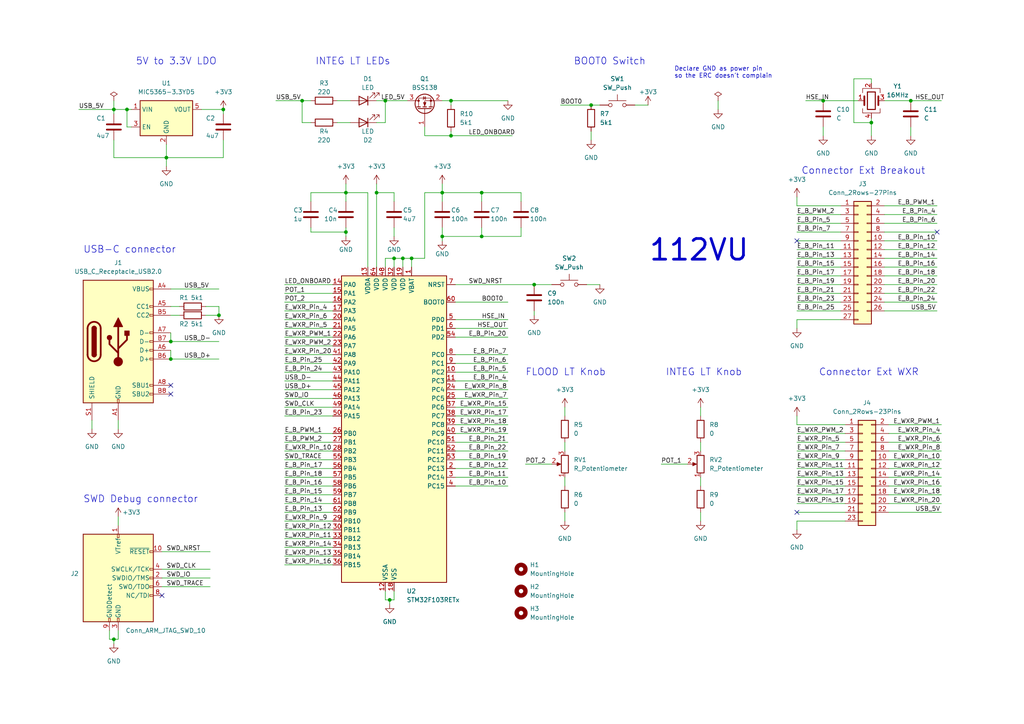
<source format=kicad_sch>
(kicad_sch (version 20230121) (generator eeschema)

  (uuid 5740ca0b-655a-4c19-bd74-b6cca34ce569)

  (paper "A4")

  (title_block
    (title "112VU")
    (date "2024-01-15")
    (rev "0.1")
  )

  

  (junction (at 130.81 39.37) (diameter 0) (color 0 0 0 0)
    (uuid 0ed56c48-81a1-4335-95d1-1f4059e08756)
  )
  (junction (at 111.76 29.21) (diameter 0) (color 0 0 0 0)
    (uuid 17dd96a3-c263-411b-b285-96174f8c4abd)
  )
  (junction (at 33.02 185.42) (diameter 0) (color 0 0 0 0)
    (uuid 1c60d609-5ff7-4dc2-a60e-07e63366d976)
  )
  (junction (at 48.26 45.72) (diameter 0) (color 0 0 0 0)
    (uuid 2b1921ca-aaa2-4822-ba7a-336bdbbaf8ed)
  )
  (junction (at 113.03 173.99) (diameter 0) (color 0 0 0 0)
    (uuid 2dcbfe76-d796-4daf-a127-d5363b09619b)
  )
  (junction (at 130.81 29.21) (diameter 0) (color 0 0 0 0)
    (uuid 336dd99c-9a53-44b2-855c-645394e7cbd0)
  )
  (junction (at 49.53 104.14) (diameter 0) (color 0 0 0 0)
    (uuid 38cfc232-82f1-4b92-a939-cf518d2ace0e)
  )
  (junction (at 100.33 55.88) (diameter 0) (color 0 0 0 0)
    (uuid 42f629bd-caad-4bce-9a81-ca4768db3007)
  )
  (junction (at 87.63 29.21) (diameter 0) (color 0 0 0 0)
    (uuid 49cb2f9a-042b-4c31-a10f-99f0faba34b6)
  )
  (junction (at 128.27 68.58) (diameter 0) (color 0 0 0 0)
    (uuid 4d7035fa-b7d3-4f60-adea-61c88f038586)
  )
  (junction (at 128.27 55.88) (diameter 0) (color 0 0 0 0)
    (uuid 4f902fa3-3669-459c-bc2c-d7ee983e1881)
  )
  (junction (at 116.84 74.93) (diameter 0) (color 0 0 0 0)
    (uuid 5f29704b-0318-45e3-8367-e3233859d109)
  )
  (junction (at 139.7 55.88) (diameter 0) (color 0 0 0 0)
    (uuid 6b127d9a-6cfc-4e3b-90a6-5161ca078476)
  )
  (junction (at 100.33 67.31) (diameter 0) (color 0 0 0 0)
    (uuid 7cd7764e-36cc-46ca-a4d2-c3264a31cbdc)
  )
  (junction (at 114.3 74.93) (diameter 0) (color 0 0 0 0)
    (uuid 7e3d4d64-3133-4ce4-926f-4031f6f437bf)
  )
  (junction (at 49.53 99.06) (diameter 0) (color 0 0 0 0)
    (uuid 80b78d67-5a4b-4239-a6f9-9190a5d355c7)
  )
  (junction (at 264.16 29.21) (diameter 0) (color 0 0 0 0)
    (uuid 92fdf9fa-8bd9-4df6-8a1b-a85a69af6728)
  )
  (junction (at 139.7 68.58) (diameter 0) (color 0 0 0 0)
    (uuid 9b63773c-1c61-42c8-b559-cb3b72b84658)
  )
  (junction (at 64.77 31.75) (diameter 0) (color 0 0 0 0)
    (uuid a06a4f8a-c415-43dc-b206-90f090ee7299)
  )
  (junction (at 63.5 91.44) (diameter 0) (color 0 0 0 0)
    (uuid a15928d8-4854-48bc-b6b9-4cd713d7b736)
  )
  (junction (at 109.22 55.88) (diameter 0) (color 0 0 0 0)
    (uuid a8bd4085-dd3e-40b8-a542-d0fe6a1d7788)
  )
  (junction (at 238.76 29.21) (diameter 0) (color 0 0 0 0)
    (uuid affe691f-1bdc-435c-8c85-0ecbd2c20f8e)
  )
  (junction (at 33.02 31.75) (diameter 0) (color 0 0 0 0)
    (uuid bbd3779f-e8a7-4198-86fd-95e1eb6bb2bd)
  )
  (junction (at 154.94 82.55) (diameter 0) (color 0 0 0 0)
    (uuid c155270a-fbd6-4fa3-a7b8-3f50564b2c54)
  )
  (junction (at 171.45 30.48) (diameter 0) (color 0 0 0 0)
    (uuid cd86bbd4-80d0-4700-ae73-987f34bcfeeb)
  )
  (junction (at 119.38 74.93) (diameter 0) (color 0 0 0 0)
    (uuid d7425343-d0b1-4493-8a3a-2d18e4f57a0f)
  )
  (junction (at 36.83 31.75) (diameter 0) (color 0 0 0 0)
    (uuid f5bbedea-bb19-475d-929b-c2414a704bca)
  )
  (junction (at 252.73 35.56) (diameter 0) (color 0 0 0 0)
    (uuid fb11841a-c952-4faa-bf14-cc379b950e82)
  )

  (no_connect (at 231.14 69.85) (uuid 196e6fe4-d168-4f96-a85f-ec9db5ea743d))
  (no_connect (at 231.14 148.59) (uuid 36d9693a-3970-4d1a-97c0-e33f9f1a23b4))
  (no_connect (at 49.53 111.76) (uuid 7e52c791-279f-4bf1-af21-d9a95d7156bb))
  (no_connect (at 46.99 172.72) (uuid d5c9b446-c56a-4aec-abce-7eea89857564))
  (no_connect (at 49.53 114.3) (uuid de059341-76dd-4323-a7fc-4a8e07e018d0))
  (no_connect (at 271.78 67.31) (uuid df944613-0d19-4229-a134-073f2c32372c))

  (wire (pts (xy 109.22 35.56) (xy 111.76 35.56))
    (stroke (width 0) (type default))
    (uuid 000f3c30-d2db-4552-8864-58880818cd3d)
  )
  (wire (pts (xy 116.84 74.93) (xy 119.38 74.93))
    (stroke (width 0) (type default))
    (uuid 013fb74b-3b70-411b-b67d-2c95da60f035)
  )
  (wire (pts (xy 256.54 69.85) (xy 271.78 69.85))
    (stroke (width 0) (type default))
    (uuid 031fe79c-6cb6-44de-aa72-5594e8bf2520)
  )
  (wire (pts (xy 203.2 148.59) (xy 203.2 151.13))
    (stroke (width 0) (type default))
    (uuid 0463d66f-3282-4aed-be9f-6e72070b1dd1)
  )
  (wire (pts (xy 128.27 55.88) (xy 139.7 55.88))
    (stroke (width 0) (type default))
    (uuid 04847588-42d6-4ccf-b25e-ffe49c8ebb1c)
  )
  (wire (pts (xy 238.76 36.83) (xy 238.76 39.37))
    (stroke (width 0) (type default))
    (uuid 060e10b8-4e30-461e-8f36-50eb5e16a300)
  )
  (wire (pts (xy 132.08 105.41) (xy 147.32 105.41))
    (stroke (width 0) (type default))
    (uuid 08960750-8fff-4680-92f7-e883b4f1f556)
  )
  (wire (pts (xy 82.55 135.89) (xy 96.52 135.89))
    (stroke (width 0) (type default))
    (uuid 0c29b7a6-eb65-4a8c-b6c8-77fadb9197d6)
  )
  (wire (pts (xy 123.19 39.37) (xy 130.81 39.37))
    (stroke (width 0) (type default))
    (uuid 0ce07208-3281-4298-96f0-47fc35add194)
  )
  (wire (pts (xy 46.99 160.02) (xy 60.96 160.02))
    (stroke (width 0) (type default))
    (uuid 0de6fa0e-bcfd-4405-9a32-2aa7d7605898)
  )
  (wire (pts (xy 82.55 125.73) (xy 96.52 125.73))
    (stroke (width 0) (type default))
    (uuid 0e9adbe9-3fe7-440c-804d-7c61090db9e1)
  )
  (wire (pts (xy 82.55 153.67) (xy 96.52 153.67))
    (stroke (width 0) (type default))
    (uuid 0ea582f6-0a9d-495e-a23b-1fb36f65c7f9)
  )
  (wire (pts (xy 82.55 143.51) (xy 96.52 143.51))
    (stroke (width 0) (type default))
    (uuid 0ef083e0-8845-4bfe-9b50-d16a41e2529c)
  )
  (wire (pts (xy 257.81 125.73) (xy 273.05 125.73))
    (stroke (width 0) (type default))
    (uuid 0fc254ad-7c29-409a-a387-9a1a8fe616ae)
  )
  (wire (pts (xy 128.27 66.04) (xy 128.27 68.58))
    (stroke (width 0) (type default))
    (uuid 10050359-6c5b-4d95-bd60-17b1b97c0e36)
  )
  (wire (pts (xy 114.3 55.88) (xy 114.3 58.42))
    (stroke (width 0) (type default))
    (uuid 1096ab1b-41d8-46da-8912-9f3ba07f8f9b)
  )
  (wire (pts (xy 82.55 95.25) (xy 96.52 95.25))
    (stroke (width 0) (type default))
    (uuid 10efa3f2-df42-4111-b123-4539607ab2b7)
  )
  (wire (pts (xy 132.08 118.11) (xy 147.32 118.11))
    (stroke (width 0) (type default))
    (uuid 11040791-0875-492e-8705-a753fe59a812)
  )
  (wire (pts (xy 33.02 185.42) (xy 33.02 186.69))
    (stroke (width 0) (type default))
    (uuid 11c1a1a1-6e3a-4bcc-9368-5f85763dd2d7)
  )
  (wire (pts (xy 33.02 31.75) (xy 36.83 31.75))
    (stroke (width 0) (type default))
    (uuid 12e0e279-ded3-4a3c-abbe-206edf1f6a0c)
  )
  (wire (pts (xy 231.14 69.85) (xy 243.84 69.85))
    (stroke (width 0) (type default))
    (uuid 13243fec-010d-4bd4-bd89-21f9efbeb84a)
  )
  (wire (pts (xy 231.14 64.77) (xy 243.84 64.77))
    (stroke (width 0) (type default))
    (uuid 133b4311-c7f5-4af2-8bb6-8ec5cd75a6f3)
  )
  (wire (pts (xy 31.75 182.88) (xy 31.75 185.42))
    (stroke (width 0) (type default))
    (uuid 156ae0d1-f1c6-4eba-a8b0-adcedee7fe2c)
  )
  (wire (pts (xy 109.22 29.21) (xy 111.76 29.21))
    (stroke (width 0) (type default))
    (uuid 15ecf47d-089b-435b-a76b-ec8f624d0888)
  )
  (wire (pts (xy 123.19 36.83) (xy 123.19 39.37))
    (stroke (width 0) (type default))
    (uuid 1609296a-5640-4983-84d0-9acaa9c89843)
  )
  (wire (pts (xy 139.7 66.04) (xy 139.7 68.58))
    (stroke (width 0) (type default))
    (uuid 172bb47f-0037-4844-9a9b-51b9e12fd496)
  )
  (wire (pts (xy 114.3 66.04) (xy 114.3 68.58))
    (stroke (width 0) (type default))
    (uuid 17da7ac7-9940-4d33-b3c8-8aa70c7ca9ae)
  )
  (wire (pts (xy 100.33 53.34) (xy 100.33 55.88))
    (stroke (width 0) (type default))
    (uuid 190739b9-e921-4a1b-9d67-4f1ce53b3de1)
  )
  (wire (pts (xy 264.16 36.83) (xy 264.16 39.37))
    (stroke (width 0) (type default))
    (uuid 1c43a984-117c-4f04-a812-e06535f4c5d9)
  )
  (wire (pts (xy 46.99 165.1) (xy 60.96 165.1))
    (stroke (width 0) (type default))
    (uuid 1fec02f9-be0f-49be-823d-e9eafad81b29)
  )
  (wire (pts (xy 243.84 59.69) (xy 231.14 59.69))
    (stroke (width 0) (type default))
    (uuid 1ff32272-b4a0-46f6-882e-b6845af06ec9)
  )
  (wire (pts (xy 132.08 107.95) (xy 147.32 107.95))
    (stroke (width 0) (type default))
    (uuid 217e16a5-0ace-4bca-bbae-5b06520e4127)
  )
  (wire (pts (xy 231.14 82.55) (xy 243.84 82.55))
    (stroke (width 0) (type default))
    (uuid 223b2aad-05c4-4155-a521-2918f765a64a)
  )
  (wire (pts (xy 257.81 133.35) (xy 273.05 133.35))
    (stroke (width 0) (type default))
    (uuid 22bd623c-de04-4d6c-b5de-88c1b9bc30dc)
  )
  (wire (pts (xy 132.08 115.57) (xy 147.32 115.57))
    (stroke (width 0) (type default))
    (uuid 23351827-82ed-4f5f-96ce-180325481ad7)
  )
  (wire (pts (xy 48.26 41.91) (xy 48.26 45.72))
    (stroke (width 0) (type default))
    (uuid 23fc5e79-c876-43a1-81f6-a3c4faec6e77)
  )
  (wire (pts (xy 82.55 140.97) (xy 96.52 140.97))
    (stroke (width 0) (type default))
    (uuid 27a472ac-f10e-4972-9358-e8a84ef67b01)
  )
  (wire (pts (xy 257.81 130.81) (xy 273.05 130.81))
    (stroke (width 0) (type default))
    (uuid 299673da-939d-4021-9882-d4f1260776c6)
  )
  (wire (pts (xy 252.73 22.86) (xy 247.65 22.86))
    (stroke (width 0) (type default))
    (uuid 2a9ba7a0-8eaf-4448-9c19-2ae556d2a337)
  )
  (wire (pts (xy 113.03 173.99) (xy 113.03 175.26))
    (stroke (width 0) (type default))
    (uuid 2ac958ed-6ccb-4d2c-80c8-5d730be8c1a2)
  )
  (wire (pts (xy 256.54 82.55) (xy 271.78 82.55))
    (stroke (width 0) (type default))
    (uuid 2badd1b7-1c79-40a4-9d69-9e9b7db0a1bc)
  )
  (wire (pts (xy 231.14 151.13) (xy 245.11 151.13))
    (stroke (width 0) (type default))
    (uuid 2c22f1b9-3970-414e-b2f4-a2b9a405e482)
  )
  (wire (pts (xy 132.08 128.27) (xy 147.32 128.27))
    (stroke (width 0) (type default))
    (uuid 2cabd486-acdd-4659-8814-5a5df849c962)
  )
  (wire (pts (xy 231.14 90.17) (xy 243.84 90.17))
    (stroke (width 0) (type default))
    (uuid 2d116af4-8286-46cf-8ed0-a3060c897ba9)
  )
  (wire (pts (xy 59.69 91.44) (xy 63.5 91.44))
    (stroke (width 0) (type default))
    (uuid 2d3b6166-9244-425b-a981-a4aa007e5ca2)
  )
  (wire (pts (xy 90.17 58.42) (xy 90.17 55.88))
    (stroke (width 0) (type default))
    (uuid 2d44685b-e02e-4177-9d31-d2d8cc237d92)
  )
  (wire (pts (xy 231.14 74.93) (xy 243.84 74.93))
    (stroke (width 0) (type default))
    (uuid 2d680f5b-3b33-482f-bcad-751ae84dc5c8)
  )
  (wire (pts (xy 97.79 29.21) (xy 101.6 29.21))
    (stroke (width 0) (type default))
    (uuid 2f13497b-4181-46ef-8d0d-badc8e4372e9)
  )
  (wire (pts (xy 82.55 120.65) (xy 96.52 120.65))
    (stroke (width 0) (type default))
    (uuid 2f1b32d1-b651-4292-87ce-5c89bfb6d012)
  )
  (wire (pts (xy 132.08 92.71) (xy 147.32 92.71))
    (stroke (width 0) (type default))
    (uuid 30aa99ea-6a05-4d46-ba9b-2ab146a5806d)
  )
  (wire (pts (xy 82.55 128.27) (xy 96.52 128.27))
    (stroke (width 0) (type default))
    (uuid 30e5cf48-273c-4f32-9cdd-d6154f31c5cb)
  )
  (wire (pts (xy 256.54 29.21) (xy 264.16 29.21))
    (stroke (width 0) (type default))
    (uuid 32fa1ea4-f590-4232-805b-f9e63fc3d051)
  )
  (wire (pts (xy 231.14 128.27) (xy 245.11 128.27))
    (stroke (width 0) (type default))
    (uuid 3371feb1-8598-4157-aad6-46ad00e177e8)
  )
  (wire (pts (xy 231.14 77.47) (xy 243.84 77.47))
    (stroke (width 0) (type default))
    (uuid 36b20240-03f2-4274-b1e0-813d48fac8ba)
  )
  (wire (pts (xy 257.81 143.51) (xy 273.05 143.51))
    (stroke (width 0) (type default))
    (uuid 36b7eac1-0e42-4f59-a373-282ea4823cdf)
  )
  (wire (pts (xy 59.69 88.9) (xy 63.5 88.9))
    (stroke (width 0) (type default))
    (uuid 38edcb7f-f3ff-4204-bf25-e49fbbf5c751)
  )
  (wire (pts (xy 256.54 87.63) (xy 271.78 87.63))
    (stroke (width 0) (type default))
    (uuid 3afc3492-5657-4412-acb5-912b73eac894)
  )
  (wire (pts (xy 106.68 55.88) (xy 100.33 55.88))
    (stroke (width 0) (type default))
    (uuid 3ce25f19-dd47-4b75-b294-47131bdac816)
  )
  (wire (pts (xy 90.17 55.88) (xy 100.33 55.88))
    (stroke (width 0) (type default))
    (uuid 3cecd9e4-1dbd-415d-9a30-c188dca3f7d5)
  )
  (wire (pts (xy 203.2 138.43) (xy 203.2 140.97))
    (stroke (width 0) (type default))
    (uuid 3d1a660e-0865-4f35-b88f-c3fd6f539510)
  )
  (wire (pts (xy 34.29 121.92) (xy 34.29 124.46))
    (stroke (width 0) (type default))
    (uuid 3d20c474-823a-4fb5-a8c6-bcc8402bbcdb)
  )
  (wire (pts (xy 257.81 128.27) (xy 273.05 128.27))
    (stroke (width 0) (type default))
    (uuid 3e826027-6dac-4c42-be7b-04c7bb1fc69d)
  )
  (wire (pts (xy 132.08 123.19) (xy 147.32 123.19))
    (stroke (width 0) (type default))
    (uuid 3ead91cc-d710-4665-a7ed-fadb9108c93a)
  )
  (wire (pts (xy 106.68 55.88) (xy 106.68 77.47))
    (stroke (width 0) (type default))
    (uuid 3f1ec9ee-f1bb-4316-a027-a93574520652)
  )
  (wire (pts (xy 132.08 87.63) (xy 147.32 87.63))
    (stroke (width 0) (type default))
    (uuid 410a719c-b38c-4b95-8e72-b6296bfd0097)
  )
  (wire (pts (xy 257.81 146.05) (xy 273.05 146.05))
    (stroke (width 0) (type default))
    (uuid 415bbe1e-b642-4b4f-915b-98d786a16088)
  )
  (wire (pts (xy 82.55 107.95) (xy 96.52 107.95))
    (stroke (width 0) (type default))
    (uuid 41f41795-f978-4530-a575-595191bfc928)
  )
  (wire (pts (xy 203.2 128.27) (xy 203.2 130.81))
    (stroke (width 0) (type default))
    (uuid 4238ec4e-4da9-4362-8bb4-d23dfc45d30a)
  )
  (wire (pts (xy 33.02 31.75) (xy 33.02 33.02))
    (stroke (width 0) (type default))
    (uuid 42b0ae2e-b2e9-432d-9abc-de3c5fe361a6)
  )
  (wire (pts (xy 114.3 74.93) (xy 116.84 74.93))
    (stroke (width 0) (type default))
    (uuid 4363a51d-f381-43ca-b105-45ef52d8ddaa)
  )
  (wire (pts (xy 90.17 67.31) (xy 100.33 67.31))
    (stroke (width 0) (type default))
    (uuid 45264701-2f52-4889-b0f7-633a099ab069)
  )
  (wire (pts (xy 114.3 171.45) (xy 114.3 173.99))
    (stroke (width 0) (type default))
    (uuid 45edc67c-d8d4-4a13-8586-d5c866291a9b)
  )
  (wire (pts (xy 231.14 146.05) (xy 245.11 146.05))
    (stroke (width 0) (type default))
    (uuid 4936c6a1-f790-4016-94bd-7910cf9d3a41)
  )
  (wire (pts (xy 191.77 134.62) (xy 199.39 134.62))
    (stroke (width 0) (type default))
    (uuid 4a4522a4-ff68-4daf-962a-123420667ffc)
  )
  (wire (pts (xy 130.81 39.37) (xy 130.81 38.1))
    (stroke (width 0) (type default))
    (uuid 4d890e05-fd4d-4399-963b-ee944fe7cea9)
  )
  (wire (pts (xy 82.55 82.55) (xy 96.52 82.55))
    (stroke (width 0) (type default))
    (uuid 4eec0bee-50c0-4d9d-8e07-8eadde9e9be5)
  )
  (wire (pts (xy 48.26 45.72) (xy 64.77 45.72))
    (stroke (width 0) (type default))
    (uuid 5069b1d8-f44e-4d57-9ff1-71618293e9d5)
  )
  (wire (pts (xy 132.08 113.03) (xy 147.32 113.03))
    (stroke (width 0) (type default))
    (uuid 5265fffc-31ab-4df2-88c1-fb36bf4eb2ac)
  )
  (wire (pts (xy 31.75 185.42) (xy 33.02 185.42))
    (stroke (width 0) (type default))
    (uuid 536249b9-139e-4933-b1ec-ec2ddc1cf787)
  )
  (wire (pts (xy 162.56 30.48) (xy 171.45 30.48))
    (stroke (width 0) (type default))
    (uuid 53bccdad-ad73-4040-a2f8-a9dc080a3b99)
  )
  (wire (pts (xy 36.83 31.75) (xy 38.1 31.75))
    (stroke (width 0) (type default))
    (uuid 54b4904a-2b1c-4bcf-b507-c0f6e41dc409)
  )
  (wire (pts (xy 82.55 90.17) (xy 96.52 90.17))
    (stroke (width 0) (type default))
    (uuid 55803bf1-d9ec-4561-b9aa-5f1365f79ea5)
  )
  (wire (pts (xy 116.84 74.93) (xy 116.84 77.47))
    (stroke (width 0) (type default))
    (uuid 56a48f74-af5a-4107-84dd-44320a9aae73)
  )
  (wire (pts (xy 49.53 99.06) (xy 63.5 99.06))
    (stroke (width 0) (type default))
    (uuid 586a9b1d-d2a1-4212-9503-0e6eecd6aeb2)
  )
  (wire (pts (xy 257.81 135.89) (xy 273.05 135.89))
    (stroke (width 0) (type default))
    (uuid 58768011-fcdd-404e-84ba-0b63f98bce65)
  )
  (wire (pts (xy 111.76 29.21) (xy 118.11 29.21))
    (stroke (width 0) (type default))
    (uuid 58c47b34-f93e-4291-8e3b-e914ffffd543)
  )
  (wire (pts (xy 264.16 29.21) (xy 273.05 29.21))
    (stroke (width 0) (type default))
    (uuid 5907fa0b-0e70-4f6d-8d6c-7d5e55e0dce8)
  )
  (wire (pts (xy 231.14 140.97) (xy 245.11 140.97))
    (stroke (width 0) (type default))
    (uuid 597e0541-ae0c-4817-bf22-e3d44995672c)
  )
  (wire (pts (xy 256.54 62.23) (xy 271.78 62.23))
    (stroke (width 0) (type default))
    (uuid 59990080-a5a6-42ea-b452-b5e2eb32ec48)
  )
  (wire (pts (xy 33.02 40.64) (xy 33.02 45.72))
    (stroke (width 0) (type default))
    (uuid 5a72b2e7-5be6-4ea8-8a94-1352dfd7ee75)
  )
  (wire (pts (xy 132.08 110.49) (xy 147.32 110.49))
    (stroke (width 0) (type default))
    (uuid 5a8ccbce-76f7-43a3-b99f-251bc7fe054f)
  )
  (wire (pts (xy 132.08 125.73) (xy 147.32 125.73))
    (stroke (width 0) (type default))
    (uuid 5d279d21-5663-4da3-bb22-bcad169a0a89)
  )
  (wire (pts (xy 87.63 29.21) (xy 90.17 29.21))
    (stroke (width 0) (type default))
    (uuid 5d37c896-6ccd-4eb6-b97d-06fd8af25081)
  )
  (wire (pts (xy 256.54 72.39) (xy 271.78 72.39))
    (stroke (width 0) (type default))
    (uuid 608feaaf-fa2e-445a-9504-c8d17c892dfd)
  )
  (wire (pts (xy 58.42 31.75) (xy 64.77 31.75))
    (stroke (width 0) (type default))
    (uuid 617ce0d8-254e-4a35-8d2b-3f40e2a15518)
  )
  (wire (pts (xy 80.01 29.21) (xy 87.63 29.21))
    (stroke (width 0) (type default))
    (uuid 65b1fcb2-b43f-4fcc-acba-b8b1a3962aca)
  )
  (wire (pts (xy 33.02 185.42) (xy 34.29 185.42))
    (stroke (width 0) (type default))
    (uuid 65e6e68e-3a4c-4246-8e55-43ef27c59119)
  )
  (wire (pts (xy 48.26 48.26) (xy 48.26 45.72))
    (stroke (width 0) (type default))
    (uuid 65e9b324-ad31-4bf7-8cb7-fa7b2f0e9c99)
  )
  (wire (pts (xy 139.7 55.88) (xy 139.7 58.42))
    (stroke (width 0) (type default))
    (uuid 67693e21-e324-4f12-8825-7806fb444906)
  )
  (wire (pts (xy 139.7 55.88) (xy 151.13 55.88))
    (stroke (width 0) (type default))
    (uuid 69360a21-105a-43d7-9090-f199ea503c35)
  )
  (wire (pts (xy 82.55 100.33) (xy 96.52 100.33))
    (stroke (width 0) (type default))
    (uuid 6fd8f0bb-1f58-482c-ae28-354d54e2cbac)
  )
  (wire (pts (xy 49.53 104.14) (xy 63.5 104.14))
    (stroke (width 0) (type default))
    (uuid 7090d08e-de33-4a3b-96fb-1e410e5b5a5d)
  )
  (wire (pts (xy 90.17 35.56) (xy 87.63 35.56))
    (stroke (width 0) (type default))
    (uuid 7101862f-c57f-4aa3-af9d-aff543c31789)
  )
  (wire (pts (xy 231.14 143.51) (xy 245.11 143.51))
    (stroke (width 0) (type default))
    (uuid 7219bfcf-349d-4d8b-9553-b1e2dcd0bab2)
  )
  (wire (pts (xy 231.14 120.65) (xy 231.14 123.19))
    (stroke (width 0) (type default))
    (uuid 73a8253f-8f70-427a-b3d3-e7a6b08c2a5d)
  )
  (wire (pts (xy 231.14 130.81) (xy 245.11 130.81))
    (stroke (width 0) (type default))
    (uuid 73ec6d6f-2733-4cc4-8683-50ea407b3164)
  )
  (wire (pts (xy 154.94 82.55) (xy 160.02 82.55))
    (stroke (width 0) (type default))
    (uuid 741fe4cd-926b-4a29-84f1-ccdd0ba31c2a)
  )
  (wire (pts (xy 231.14 151.13) (xy 231.14 153.67))
    (stroke (width 0) (type default))
    (uuid 747b5248-8301-4e1b-b55a-56e84d6eee07)
  )
  (wire (pts (xy 151.13 66.04) (xy 151.13 68.58))
    (stroke (width 0) (type default))
    (uuid 74b5d195-dec1-40be-bdb2-5074d95fca64)
  )
  (wire (pts (xy 132.08 130.81) (xy 147.32 130.81))
    (stroke (width 0) (type default))
    (uuid 75128cf9-d6b9-4888-9486-5947d3293a2b)
  )
  (wire (pts (xy 100.33 68.58) (xy 100.33 67.31))
    (stroke (width 0) (type default))
    (uuid 772b8a54-171c-44c3-a551-6db6ef841204)
  )
  (wire (pts (xy 111.76 171.45) (xy 111.76 173.99))
    (stroke (width 0) (type default))
    (uuid 79388906-8a9b-4e98-9e6d-540af7d14b09)
  )
  (wire (pts (xy 63.5 88.9) (xy 63.5 91.44))
    (stroke (width 0) (type default))
    (uuid 7a98c6ca-86ea-4c9c-81e5-9fb7096c121c)
  )
  (wire (pts (xy 203.2 118.11) (xy 203.2 120.65))
    (stroke (width 0) (type default))
    (uuid 7c72ecde-63ef-4ef8-975a-20557e9b6d92)
  )
  (wire (pts (xy 111.76 74.93) (xy 114.3 74.93))
    (stroke (width 0) (type default))
    (uuid 7d56d791-cc7c-458b-bb36-915452050d31)
  )
  (wire (pts (xy 252.73 24.13) (xy 252.73 22.86))
    (stroke (width 0) (type default))
    (uuid 7e1a8fe5-c113-480b-98be-281a71bf8f43)
  )
  (wire (pts (xy 114.3 173.99) (xy 113.03 173.99))
    (stroke (width 0) (type default))
    (uuid 803f7d38-5a52-4850-a8b5-49aedfadde54)
  )
  (wire (pts (xy 151.13 58.42) (xy 151.13 55.88))
    (stroke (width 0) (type default))
    (uuid 820d98e4-3612-4faf-a029-644f9811c28e)
  )
  (wire (pts (xy 82.55 146.05) (xy 96.52 146.05))
    (stroke (width 0) (type default))
    (uuid 8248fdde-8cf6-4e91-9d94-040c2e0a99de)
  )
  (wire (pts (xy 256.54 80.01) (xy 271.78 80.01))
    (stroke (width 0) (type default))
    (uuid 824e78be-801d-461c-8672-dc59d08534fb)
  )
  (wire (pts (xy 82.55 133.35) (xy 96.52 133.35))
    (stroke (width 0) (type default))
    (uuid 82d79044-4cac-4c1a-8fbe-139954239921)
  )
  (wire (pts (xy 256.54 85.09) (xy 271.78 85.09))
    (stroke (width 0) (type default))
    (uuid 833d2c33-1022-4802-8b1a-31fd8ebff9a8)
  )
  (wire (pts (xy 231.14 133.35) (xy 245.11 133.35))
    (stroke (width 0) (type default))
    (uuid 83ba98b4-689c-42bf-ab2a-05ea9321baf2)
  )
  (wire (pts (xy 132.08 133.35) (xy 147.32 133.35))
    (stroke (width 0) (type default))
    (uuid 83fa09f0-eeb6-45ab-b76c-3983d74e28c7)
  )
  (wire (pts (xy 82.55 102.87) (xy 96.52 102.87))
    (stroke (width 0) (type default))
    (uuid 86bc5b74-a4b5-450f-86b4-c4703a81f9e8)
  )
  (wire (pts (xy 231.14 138.43) (xy 245.11 138.43))
    (stroke (width 0) (type default))
    (uuid 875af2e2-3011-49ef-9cf1-3b8d1aa6a558)
  )
  (wire (pts (xy 100.33 55.88) (xy 100.33 58.42))
    (stroke (width 0) (type default))
    (uuid 875dcde3-d9b1-4261-b2ff-4d8621bb8b93)
  )
  (wire (pts (xy 231.14 87.63) (xy 243.84 87.63))
    (stroke (width 0) (type default))
    (uuid 87b458c3-444e-48bd-9c1d-1ce0826eceeb)
  )
  (wire (pts (xy 82.55 151.13) (xy 96.52 151.13))
    (stroke (width 0) (type default))
    (uuid 88a50611-570f-4953-b80c-f4a27d1d97fb)
  )
  (wire (pts (xy 231.14 135.89) (xy 245.11 135.89))
    (stroke (width 0) (type default))
    (uuid 895839e6-bcaf-4bed-84a5-63c5c001abed)
  )
  (wire (pts (xy 132.08 95.25) (xy 147.32 95.25))
    (stroke (width 0) (type default))
    (uuid 89e0a0ee-23eb-46db-9def-3bf9dc353f79)
  )
  (wire (pts (xy 256.54 74.93) (xy 271.78 74.93))
    (stroke (width 0) (type default))
    (uuid 8a27ba5a-2b44-46e6-9194-44c1ea9ca755)
  )
  (wire (pts (xy 82.55 85.09) (xy 96.52 85.09))
    (stroke (width 0) (type default))
    (uuid 8a2c5a05-02a9-4f72-a99a-9052c178574f)
  )
  (wire (pts (xy 33.02 45.72) (xy 48.26 45.72))
    (stroke (width 0) (type default))
    (uuid 8a2ed03c-01db-442d-ab41-f2989ed4129c)
  )
  (wire (pts (xy 26.67 121.92) (xy 26.67 124.46))
    (stroke (width 0) (type default))
    (uuid 8a99a176-4173-4611-a12a-f7950ec44274)
  )
  (wire (pts (xy 247.65 22.86) (xy 247.65 35.56))
    (stroke (width 0) (type default))
    (uuid 8a9c972a-6298-4e80-934b-fa45c02afc70)
  )
  (wire (pts (xy 256.54 67.31) (xy 271.78 67.31))
    (stroke (width 0) (type default))
    (uuid 8bf2fa1a-68c5-40cf-8cf9-f76ca9f8dad0)
  )
  (wire (pts (xy 49.53 91.44) (xy 52.07 91.44))
    (stroke (width 0) (type default))
    (uuid 8c74f273-8b7e-4ca2-81e8-7901219371e0)
  )
  (wire (pts (xy 170.18 82.55) (xy 173.99 82.55))
    (stroke (width 0) (type default))
    (uuid 8c885c0c-31c4-4200-802f-7e61d879f245)
  )
  (wire (pts (xy 82.55 158.75) (xy 96.52 158.75))
    (stroke (width 0) (type default))
    (uuid 8ce17427-3ffa-43d3-9639-d68a991fe58e)
  )
  (wire (pts (xy 111.76 29.21) (xy 111.76 35.56))
    (stroke (width 0) (type default))
    (uuid 8d2b4c80-6992-45f2-86c4-a0d67b7cb13a)
  )
  (wire (pts (xy 231.14 57.15) (xy 231.14 59.69))
    (stroke (width 0) (type default))
    (uuid 8d5de446-8ea0-4e2c-88cb-515e9930840d)
  )
  (wire (pts (xy 64.77 40.64) (xy 64.77 45.72))
    (stroke (width 0) (type default))
    (uuid 8dd4ecfb-1365-4fa9-95ee-596aaef991f9)
  )
  (wire (pts (xy 100.33 66.04) (xy 100.33 67.31))
    (stroke (width 0) (type default))
    (uuid 8fa94511-37ed-4cdf-ae80-ad28560ba829)
  )
  (wire (pts (xy 257.81 123.19) (xy 273.05 123.19))
    (stroke (width 0) (type default))
    (uuid 9042c39c-7f3c-48c8-aa43-ed5f6324b714)
  )
  (wire (pts (xy 109.22 55.88) (xy 109.22 77.47))
    (stroke (width 0) (type default))
    (uuid 9118a413-570e-456d-8544-5ad51bdedb93)
  )
  (wire (pts (xy 82.55 97.79) (xy 96.52 97.79))
    (stroke (width 0) (type default))
    (uuid 95b109bf-ad2b-41a1-8ef3-f7b1f141e0c8)
  )
  (wire (pts (xy 247.65 35.56) (xy 252.73 35.56))
    (stroke (width 0) (type default))
    (uuid 96fc5858-63dd-49a8-b576-bcb09045a011)
  )
  (wire (pts (xy 82.55 113.03) (xy 96.52 113.03))
    (stroke (width 0) (type default))
    (uuid 973c4ad4-b1f5-4df9-8386-815adf02b00d)
  )
  (wire (pts (xy 132.08 97.79) (xy 147.32 97.79))
    (stroke (width 0) (type default))
    (uuid 9765c0ad-c9b5-45c4-8707-c5f5c5d4c109)
  )
  (wire (pts (xy 256.54 77.47) (xy 271.78 77.47))
    (stroke (width 0) (type default))
    (uuid 9773d962-e428-4d77-8182-2107c0b10c1e)
  )
  (wire (pts (xy 82.55 118.11) (xy 96.52 118.11))
    (stroke (width 0) (type default))
    (uuid 97b0a11a-842a-4306-addf-07605f0abe5e)
  )
  (wire (pts (xy 231.14 80.01) (xy 243.84 80.01))
    (stroke (width 0) (type default))
    (uuid 9ae34e4e-7b0b-4b05-a8c3-83634817b0b0)
  )
  (wire (pts (xy 123.19 74.93) (xy 119.38 74.93))
    (stroke (width 0) (type default))
    (uuid 9c1389ee-d1ac-4160-a071-ae9bc87d0207)
  )
  (wire (pts (xy 36.83 31.75) (xy 36.83 36.83))
    (stroke (width 0) (type default))
    (uuid 9dec89b7-c224-4aa2-9bf9-b10938e96d26)
  )
  (wire (pts (xy 257.81 138.43) (xy 273.05 138.43))
    (stroke (width 0) (type default))
    (uuid 9e4086da-7dba-48b9-865a-6daee9bba9fa)
  )
  (wire (pts (xy 139.7 68.58) (xy 128.27 68.58))
    (stroke (width 0) (type default))
    (uuid a00cf6c7-48b6-499b-81e4-ea9bbe9d2e84)
  )
  (wire (pts (xy 257.81 140.97) (xy 273.05 140.97))
    (stroke (width 0) (type default))
    (uuid a0cac51b-3f4f-4f47-a98c-7d06e17e1ff3)
  )
  (wire (pts (xy 49.53 83.82) (xy 63.5 83.82))
    (stroke (width 0) (type default))
    (uuid a2588a20-b6e1-49e7-860b-aa2319f68eff)
  )
  (wire (pts (xy 256.54 59.69) (xy 271.78 59.69))
    (stroke (width 0) (type default))
    (uuid a2e9c4bd-bb42-42d0-a00e-0163ec9a9fd3)
  )
  (wire (pts (xy 128.27 53.34) (xy 128.27 55.88))
    (stroke (width 0) (type default))
    (uuid a2fd1a21-2bdd-436d-a848-15dd58af18e8)
  )
  (wire (pts (xy 231.14 72.39) (xy 243.84 72.39))
    (stroke (width 0) (type default))
    (uuid a3657415-e888-4ac5-92cb-b7f31a19d987)
  )
  (wire (pts (xy 163.83 118.11) (xy 163.83 120.65))
    (stroke (width 0) (type default))
    (uuid a5f801e1-bf14-4d39-9a86-026faa48d36c)
  )
  (wire (pts (xy 132.08 135.89) (xy 147.32 135.89))
    (stroke (width 0) (type default))
    (uuid a692649b-0fe6-45b3-9067-990686a6b0ae)
  )
  (wire (pts (xy 97.79 35.56) (xy 101.6 35.56))
    (stroke (width 0) (type default))
    (uuid a70ce733-9cba-408d-b091-a4730dfaa74a)
  )
  (wire (pts (xy 132.08 120.65) (xy 147.32 120.65))
    (stroke (width 0) (type default))
    (uuid a70e97d9-36a3-4410-a80a-2412c19f173a)
  )
  (wire (pts (xy 231.14 67.31) (xy 243.84 67.31))
    (stroke (width 0) (type default))
    (uuid a9e936fd-3ba9-42fb-8ae3-eeee5a815792)
  )
  (wire (pts (xy 252.73 35.56) (xy 252.73 39.37))
    (stroke (width 0) (type default))
    (uuid aae282ba-9e54-42f3-95d2-ef87502cb378)
  )
  (wire (pts (xy 184.15 30.48) (xy 187.96 30.48))
    (stroke (width 0) (type default))
    (uuid ab204cc0-37c6-468c-b8bc-7071480c2794)
  )
  (wire (pts (xy 82.55 156.21) (xy 96.52 156.21))
    (stroke (width 0) (type default))
    (uuid ac1b4d2a-4735-4685-8dd7-4dfcf15f0f2d)
  )
  (wire (pts (xy 90.17 66.04) (xy 90.17 67.31))
    (stroke (width 0) (type default))
    (uuid ac5d5909-c690-42fa-b195-c25b5c9bcd39)
  )
  (wire (pts (xy 82.55 138.43) (xy 96.52 138.43))
    (stroke (width 0) (type default))
    (uuid ad5af50b-de14-4aef-99cf-9c6a9090d89f)
  )
  (wire (pts (xy 163.83 128.27) (xy 163.83 130.81))
    (stroke (width 0) (type default))
    (uuid b1e522d1-54ef-4188-ab60-62b1ba5e6f33)
  )
  (wire (pts (xy 233.68 29.21) (xy 238.76 29.21))
    (stroke (width 0) (type default))
    (uuid b26ee8f7-dd4b-46ad-88a5-4abb8eb3c891)
  )
  (wire (pts (xy 238.76 29.21) (xy 248.92 29.21))
    (stroke (width 0) (type default))
    (uuid b2d1126c-00d9-4148-bc6e-8cf31fc07554)
  )
  (wire (pts (xy 130.81 29.21) (xy 130.81 30.48))
    (stroke (width 0) (type default))
    (uuid b4e2276c-01ac-4579-90fa-c69c90048c22)
  )
  (wire (pts (xy 128.27 58.42) (xy 128.27 55.88))
    (stroke (width 0) (type default))
    (uuid b598e7ba-dbfc-4d15-8685-aa38a769097f)
  )
  (wire (pts (xy 252.73 34.29) (xy 252.73 35.56))
    (stroke (width 0) (type default))
    (uuid b670967e-1494-44bd-af11-1a2c574eea93)
  )
  (wire (pts (xy 243.84 92.71) (xy 231.14 92.71))
    (stroke (width 0) (type default))
    (uuid b85c2e28-cb91-43f8-bc25-e1c3fe9e5ca1)
  )
  (wire (pts (xy 87.63 35.56) (xy 87.63 29.21))
    (stroke (width 0) (type default))
    (uuid b8aa2c76-7704-4d5d-9cdb-6ab39f6708b9)
  )
  (wire (pts (xy 139.7 68.58) (xy 151.13 68.58))
    (stroke (width 0) (type default))
    (uuid bbdce7f2-1736-4e39-ad75-babc98c65ddc)
  )
  (wire (pts (xy 231.14 92.71) (xy 231.14 95.25))
    (stroke (width 0) (type default))
    (uuid bc9f10bf-ab4d-4c06-bad2-b7d1e58f37aa)
  )
  (wire (pts (xy 46.99 170.18) (xy 60.96 170.18))
    (stroke (width 0) (type default))
    (uuid bfac506f-e1a6-4622-a607-d985153c1aa6)
  )
  (wire (pts (xy 82.55 148.59) (xy 96.52 148.59))
    (stroke (width 0) (type default))
    (uuid c08f800c-56a9-424c-a9a8-de13a96a8c0b)
  )
  (wire (pts (xy 33.02 29.21) (xy 33.02 31.75))
    (stroke (width 0) (type default))
    (uuid c176c484-7ac3-4357-88c2-a080bedd0d34)
  )
  (wire (pts (xy 128.27 55.88) (xy 123.19 55.88))
    (stroke (width 0) (type default))
    (uuid c6307afa-3f46-40e9-820a-a0d1d4fe0962)
  )
  (wire (pts (xy 132.08 140.97) (xy 147.32 140.97))
    (stroke (width 0) (type default))
    (uuid c80c178e-9363-4569-9112-69b769383390)
  )
  (wire (pts (xy 64.77 31.75) (xy 64.77 33.02))
    (stroke (width 0) (type default))
    (uuid c8e0fe5f-bc49-458e-99e2-e546638ed0aa)
  )
  (wire (pts (xy 82.55 92.71) (xy 96.52 92.71))
    (stroke (width 0) (type default))
    (uuid c914acef-66f6-433a-b06e-10005b57de3d)
  )
  (wire (pts (xy 132.08 102.87) (xy 147.32 102.87))
    (stroke (width 0) (type default))
    (uuid cb78f980-117e-4295-ade2-ad0f97ba5137)
  )
  (wire (pts (xy 257.81 148.59) (xy 273.05 148.59))
    (stroke (width 0) (type default))
    (uuid cc4016c5-0022-4177-b4ed-0205fde146e2)
  )
  (wire (pts (xy 154.94 90.17) (xy 154.94 91.44))
    (stroke (width 0) (type default))
    (uuid cc7ec28a-1d01-4242-921c-2d4eabe61a4f)
  )
  (wire (pts (xy 119.38 74.93) (xy 119.38 77.47))
    (stroke (width 0) (type default))
    (uuid cddd9400-0c29-4c15-aec5-cab32fa55507)
  )
  (wire (pts (xy 130.81 39.37) (xy 148.59 39.37))
    (stroke (width 0) (type default))
    (uuid cfb759bf-b2f9-41de-9913-ae6f75e3c947)
  )
  (wire (pts (xy 49.53 101.6) (xy 49.53 104.14))
    (stroke (width 0) (type default))
    (uuid d1ca6074-30e0-4e2f-8751-62359f5a8cff)
  )
  (wire (pts (xy 132.08 82.55) (xy 154.94 82.55))
    (stroke (width 0) (type default))
    (uuid d1e60619-9df3-4a2e-bf5e-043c7294764f)
  )
  (wire (pts (xy 34.29 149.86) (xy 34.29 152.4))
    (stroke (width 0) (type default))
    (uuid d271fe32-8888-45e6-969b-5001f0093860)
  )
  (wire (pts (xy 163.83 138.43) (xy 163.83 140.97))
    (stroke (width 0) (type default))
    (uuid d3c90db5-98ba-4334-b5f1-7b92b77d787e)
  )
  (wire (pts (xy 34.29 182.88) (xy 34.29 185.42))
    (stroke (width 0) (type default))
    (uuid d3d73c7f-77a5-48d7-85d4-7912f3d988c9)
  )
  (wire (pts (xy 123.19 55.88) (xy 123.19 74.93))
    (stroke (width 0) (type default))
    (uuid d48851ac-877a-4a5b-8a63-0ffd5af2fec7)
  )
  (wire (pts (xy 82.55 115.57) (xy 96.52 115.57))
    (stroke (width 0) (type default))
    (uuid d58c218b-e3cd-41db-a20c-2c63b91814a1)
  )
  (wire (pts (xy 171.45 38.1) (xy 171.45 40.64))
    (stroke (width 0) (type default))
    (uuid d857a029-3bad-4002-9ed0-d6feddece19e)
  )
  (wire (pts (xy 22.86 31.75) (xy 33.02 31.75))
    (stroke (width 0) (type default))
    (uuid d90a896a-c868-4d63-a35b-e867176fdf73)
  )
  (wire (pts (xy 128.27 29.21) (xy 130.81 29.21))
    (stroke (width 0) (type default))
    (uuid d985827e-94f9-4201-860f-ac3355dbec28)
  )
  (wire (pts (xy 231.14 148.59) (xy 245.11 148.59))
    (stroke (width 0) (type default))
    (uuid dced2b5a-788c-4b4a-b8ea-78f8fc95c733)
  )
  (wire (pts (xy 46.99 167.64) (xy 60.96 167.64))
    (stroke (width 0) (type default))
    (uuid de8d426f-2509-4b7c-b6fa-ebd0854923c1)
  )
  (wire (pts (xy 132.08 138.43) (xy 147.32 138.43))
    (stroke (width 0) (type default))
    (uuid e08e04c2-25f0-4745-aad8-e744817bc30c)
  )
  (wire (pts (xy 128.27 68.58) (xy 128.27 69.85))
    (stroke (width 0) (type default))
    (uuid e3055f06-076e-4994-833c-bf47290e6687)
  )
  (wire (pts (xy 82.55 163.83) (xy 96.52 163.83))
    (stroke (width 0) (type default))
    (uuid e31b0eea-5996-4d8a-8c6a-d6b0f79c034e)
  )
  (wire (pts (xy 113.03 173.99) (xy 111.76 173.99))
    (stroke (width 0) (type default))
    (uuid e6471839-40d2-4b20-9eea-92fc5229222c)
  )
  (wire (pts (xy 111.76 77.47) (xy 111.76 74.93))
    (stroke (width 0) (type default))
    (uuid e66d4057-b678-40ff-a1b8-c0f040772caa)
  )
  (wire (pts (xy 49.53 88.9) (xy 52.07 88.9))
    (stroke (width 0) (type default))
    (uuid e68f5d6c-9068-4d1e-b70d-67d758c67d22)
  )
  (wire (pts (xy 114.3 74.93) (xy 114.3 77.47))
    (stroke (width 0) (type default))
    (uuid e6e87f00-0ba5-4fc0-8708-cb520b533b6d)
  )
  (wire (pts (xy 109.22 53.34) (xy 109.22 55.88))
    (stroke (width 0) (type default))
    (uuid e79b5f75-0f3d-460c-bbb2-f1e1ba6d2233)
  )
  (wire (pts (xy 114.3 55.88) (xy 109.22 55.88))
    (stroke (width 0) (type default))
    (uuid e9ff5882-94d5-46e5-978d-fc46faa5f76e)
  )
  (wire (pts (xy 231.14 125.73) (xy 245.11 125.73))
    (stroke (width 0) (type default))
    (uuid eac85228-b86f-4324-a3bd-85a16c52bb5c)
  )
  (wire (pts (xy 152.4 134.62) (xy 160.02 134.62))
    (stroke (width 0) (type default))
    (uuid ebdd0e5f-47be-49c2-aabc-4f34458254cf)
  )
  (wire (pts (xy 163.83 148.59) (xy 163.83 151.13))
    (stroke (width 0) (type default))
    (uuid ebf84a6a-e2af-485c-9787-0d07e9bc7f2d)
  )
  (wire (pts (xy 82.55 105.41) (xy 96.52 105.41))
    (stroke (width 0) (type default))
    (uuid ec3f17c4-1b5e-458b-bf46-9b7cc08db01c)
  )
  (wire (pts (xy 130.81 29.21) (xy 147.32 29.21))
    (stroke (width 0) (type default))
    (uuid ed24f10b-7067-42b5-9abb-96e6bff0bc0b)
  )
  (wire (pts (xy 38.1 36.83) (xy 36.83 36.83))
    (stroke (width 0) (type default))
    (uuid ee9e74b9-a797-498e-ae06-2f5645a7b57d)
  )
  (wire (pts (xy 256.54 90.17) (xy 271.78 90.17))
    (stroke (width 0) (type default))
    (uuid f14d3b63-7658-45ab-864d-ca62ce4bb5f4)
  )
  (wire (pts (xy 82.55 161.29) (xy 96.52 161.29))
    (stroke (width 0) (type default))
    (uuid f2439288-c252-4a56-bf53-ab962dbb8101)
  )
  (wire (pts (xy 208.28 29.21) (xy 208.28 31.75))
    (stroke (width 0) (type default))
    (uuid f492f450-7445-48d8-a2ee-fc2f0e165768)
  )
  (wire (pts (xy 256.54 64.77) (xy 271.78 64.77))
    (stroke (width 0) (type default))
    (uuid f518c24c-06cb-4191-9710-91c75edebf70)
  )
  (wire (pts (xy 82.55 87.63) (xy 96.52 87.63))
    (stroke (width 0) (type default))
    (uuid f5485363-ee56-4e49-b3fc-2896153c6a0d)
  )
  (wire (pts (xy 82.55 110.49) (xy 96.52 110.49))
    (stroke (width 0) (type default))
    (uuid f568153a-fbb2-4d32-a8d3-967e4a1308b8)
  )
  (wire (pts (xy 231.14 123.19) (xy 245.11 123.19))
    (stroke (width 0) (type default))
    (uuid f63ad809-2c85-4250-b106-902d5fd3b9af)
  )
  (wire (pts (xy 231.14 62.23) (xy 243.84 62.23))
    (stroke (width 0) (type default))
    (uuid f6503028-8108-4b82-b386-f4e02470ba64)
  )
  (wire (pts (xy 49.53 96.52) (xy 49.53 99.06))
    (stroke (width 0) (type default))
    (uuid fa3fbbf8-9d7c-4c27-b29b-c7600a68ddb4)
  )
  (wire (pts (xy 231.14 85.09) (xy 243.84 85.09))
    (stroke (width 0) (type default))
    (uuid fcabc11b-4d57-42df-96f5-59d69773d6e6)
  )
  (wire (pts (xy 82.55 130.81) (xy 96.52 130.81))
    (stroke (width 0) (type default))
    (uuid fdd3c67c-f0a6-4867-aa2e-c9fb46c02421)
  )
  (wire (pts (xy 171.45 30.48) (xy 173.99 30.48))
    (stroke (width 0) (type default))
    (uuid fe70f26b-96a9-4dea-8fc2-f89cc33303dd)
  )

  (text "INTEG LT LEDs" (at 91.44 19.05 0)
    (effects (font (size 2 2)) (justify left bottom))
    (uuid 0a1e962e-076b-42f6-a00c-66090194340a)
  )
  (text "Connector Ext Breakout" (at 232.41 50.8 0)
    (effects (font (size 2 2)) (justify left bottom))
    (uuid 1ef8f101-a1c7-49e4-86e3-90068dc36021)
  )
  (text "BOOT0 Switch" (at 166.37 19.05 0)
    (effects (font (size 2 2)) (justify left bottom))
    (uuid 217377f8-d7be-44ec-89da-f941d98e6f5e)
  )
  (text "FLOOD LT Knob" (at 152.4 109.22 0)
    (effects (font (size 2 2)) (justify left bottom))
    (uuid 3cb537d5-1194-485e-bb3f-7802fcb18862)
  )
  (text "INTEG LT Knob" (at 193.04 109.22 0)
    (effects (font (size 2 2)) (justify left bottom))
    (uuid 428f386b-c4b2-4ca2-845b-9e23fb41469e)
  )
  (text "Declare GND as power pin\nso the ERC doesn't complain"
    (at 195.58 22.86 0)
    (effects (font (size 1.27 1.27)) (justify left bottom))
    (uuid 66f626f7-60e0-497d-9d33-d8bde626985e)
  )
  (text "USB-C connector" (at 24.13 73.66 0)
    (effects (font (size 2 2)) (justify left bottom))
    (uuid 73546573-846a-42be-a184-72492a70e48a)
  )
  (text "Connector Ext WXR" (at 237.49 109.22 0)
    (effects (font (size 2 2)) (justify left bottom))
    (uuid 89112b46-8fb3-4090-8c16-2410024d4f51)
  )
  (text "SWD Debug connector" (at 24.13 146.05 0)
    (effects (font (size 2 2)) (justify left bottom))
    (uuid aeb5fad9-a442-4ec1-af74-5842be54467e)
  )
  (text "112VU" (at 187.96 76.2 0)
    (effects (font (size 6 6) (thickness 0.8) bold) (justify left bottom))
    (uuid dad8b56c-3a07-430a-a4c3-8efe21e407f8)
  )
  (text "5V to 3.3V LDO" (at 39.37 19.05 0)
    (effects (font (size 2 2)) (justify left bottom))
    (uuid e020d38a-de30-4d26-9592-7a007cdfd95a)
  )

  (label "E_WXR_Pin_8" (at 134.62 113.03 0) (fields_autoplaced)
    (effects (font (size 1.27 1.27)) (justify left bottom))
    (uuid 0073db43-8d16-4c8c-b06e-ce71ee00075b)
  )
  (label "E_B_PWM_2" (at 82.55 128.27 0) (fields_autoplaced)
    (effects (font (size 1.27 1.27)) (justify left bottom))
    (uuid 019ef954-5fd5-4ddc-b620-69d894b8542a)
  )
  (label "E_B_Pin_25" (at 231.14 90.17 0) (fields_autoplaced)
    (effects (font (size 1.27 1.27)) (justify left bottom))
    (uuid 0229edee-80db-4851-88af-e743c01ef405)
  )
  (label "E_WXR_Pin_12" (at 82.55 153.67 0) (fields_autoplaced)
    (effects (font (size 1.27 1.27)) (justify left bottom))
    (uuid 02c1b82e-ada7-4dbb-bedc-307111e54a79)
  )
  (label "E_B_Pin_7" (at 137.16 102.87 0) (fields_autoplaced)
    (effects (font (size 1.27 1.27)) (justify left bottom))
    (uuid 030b1af6-9787-45f5-8fb6-f56da647aaf2)
  )
  (label "E_B_PWM_1" (at 260.35 59.69 0) (fields_autoplaced)
    (effects (font (size 1.27 1.27)) (justify left bottom))
    (uuid 0325e217-5396-43dd-b87d-9bddb39b074f)
  )
  (label "LED_ONBOARD" (at 135.89 39.37 0) (fields_autoplaced)
    (effects (font (size 1.27 1.27)) (justify left bottom))
    (uuid 05ec2665-52ca-4b00-9c42-8ad85b29d1f3)
  )
  (label "E_WXR_PWM_1" (at 259.08 123.19 0) (fields_autoplaced)
    (effects (font (size 1.27 1.27)) (justify left bottom))
    (uuid 08dfd7d2-33a0-4809-9927-38aafcd1d906)
  )
  (label "E_B_Pin_4" (at 137.16 110.49 0) (fields_autoplaced)
    (effects (font (size 1.27 1.27)) (justify left bottom))
    (uuid 0b7c9e12-7e59-489f-a679-99f2a8e7b39b)
  )
  (label "E_WXR_Pin_9" (at 82.55 151.13 0) (fields_autoplaced)
    (effects (font (size 1.27 1.27)) (justify left bottom))
    (uuid 0f9eeff5-0f40-45cc-9754-b8c94aba65c5)
  )
  (label "E_WXR_Pin_17" (at 231.14 143.51 0) (fields_autoplaced)
    (effects (font (size 1.27 1.27)) (justify left bottom))
    (uuid 101292d7-5858-4a09-ad3a-a82064d867b7)
  )
  (label "E_B_Pin_11" (at 231.14 72.39 0) (fields_autoplaced)
    (effects (font (size 1.27 1.27)) (justify left bottom))
    (uuid 1051860c-5587-4756-96ef-7ab8b55b7ee2)
  )
  (label "USB_D+" (at 82.55 113.03 0) (fields_autoplaced)
    (effects (font (size 1.27 1.27)) (justify left bottom))
    (uuid 1161dc76-0555-4d35-93c3-8c6f37da7dbc)
  )
  (label "E_WXR_Pin_5" (at 231.14 128.27 0) (fields_autoplaced)
    (effects (font (size 1.27 1.27)) (justify left bottom))
    (uuid 116a482f-080b-45ad-91bb-e37457aa84f4)
  )
  (label "USB_5V" (at 264.16 90.17 0) (fields_autoplaced)
    (effects (font (size 1.27 1.27)) (justify left bottom))
    (uuid 12e8b58f-b18e-4b3b-aa0b-106dbc8cdd1e)
  )
  (label "E_WXR_Pin_20" (at 259.08 146.05 0) (fields_autoplaced)
    (effects (font (size 1.27 1.27)) (justify left bottom))
    (uuid 169b2193-a5e8-4555-9d2a-b9788fe78314)
  )
  (label "E_WXR_Pin_18" (at 259.08 143.51 0) (fields_autoplaced)
    (effects (font (size 1.27 1.27)) (justify left bottom))
    (uuid 17a1a866-5ca0-48d5-910e-b42831aaeacc)
  )
  (label "E_WXR_Pin_18" (at 133.35 123.19 0) (fields_autoplaced)
    (effects (font (size 1.27 1.27)) (justify left bottom))
    (uuid 17c779f0-a3e6-4f76-81b4-9788c77ae000)
  )
  (label "E_B_Pin_19" (at 135.89 133.35 0) (fields_autoplaced)
    (effects (font (size 1.27 1.27)) (justify left bottom))
    (uuid 18561ed9-6e4f-4903-8c63-ad4975021a95)
  )
  (label "E_B_Pin_14" (at 82.55 146.05 0) (fields_autoplaced)
    (effects (font (size 1.27 1.27)) (justify left bottom))
    (uuid 1d9088a9-df88-4d14-9f20-1f58a564f256)
  )
  (label "E_WXR_PWM_2" (at 82.55 100.33 0) (fields_autoplaced)
    (effects (font (size 1.27 1.27)) (justify left bottom))
    (uuid 1e38f08b-8a91-479f-acec-148f3398786e)
  )
  (label "E_B_Pin_6" (at 261.62 64.77 0) (fields_autoplaced)
    (effects (font (size 1.27 1.27)) (justify left bottom))
    (uuid 1e69b8ef-d58e-4e4a-8141-058144ffb9c6)
  )
  (label "E_WXR_Pin_10" (at 259.08 133.35 0) (fields_autoplaced)
    (effects (font (size 1.27 1.27)) (justify left bottom))
    (uuid 1f885dd2-ddcb-416c-8d0c-7e90a38c3350)
  )
  (label "E_WXR_Pin_19" (at 133.35 125.73 0) (fields_autoplaced)
    (effects (font (size 1.27 1.27)) (justify left bottom))
    (uuid 208c293c-4e04-4f2f-b45f-c43710be9f83)
  )
  (label "SWD_CLK" (at 82.55 118.11 0) (fields_autoplaced)
    (effects (font (size 1.27 1.27)) (justify left bottom))
    (uuid 22f93126-8858-4e92-97f0-cf93ab491f4d)
  )
  (label "E_WXR_PWM_1" (at 82.55 97.79 0) (fields_autoplaced)
    (effects (font (size 1.27 1.27)) (justify left bottom))
    (uuid 23a54230-cd71-48b0-9697-a0dff3575dcc)
  )
  (label "E_B_Pin_23" (at 231.14 87.63 0) (fields_autoplaced)
    (effects (font (size 1.27 1.27)) (justify left bottom))
    (uuid 2943a762-2794-462a-87bb-32ee9435cf72)
  )
  (label "POT_2" (at 152.4 134.62 0) (fields_autoplaced)
    (effects (font (size 1.27 1.27)) (justify left bottom))
    (uuid 34f1a60b-117f-4ad9-84c9-9f846c7f41b0)
  )
  (label "E_WXR_Pin_4" (at 82.55 90.17 0) (fields_autoplaced)
    (effects (font (size 1.27 1.27)) (justify left bottom))
    (uuid 35a01b93-5ac3-4786-84e5-7b69ee1606db)
  )
  (label "E_WXR_Pin_6" (at 260.35 128.27 0) (fields_autoplaced)
    (effects (font (size 1.27 1.27)) (justify left bottom))
    (uuid 363ff96a-6e9c-4525-a8ad-c0fa1ad545e0)
  )
  (label "E_B_Pin_5" (at 231.14 64.77 0) (fields_autoplaced)
    (effects (font (size 1.27 1.27)) (justify left bottom))
    (uuid 372644d4-a58f-4fba-a2af-238dfec56b52)
  )
  (label "E_WXR_Pin_7" (at 134.62 115.57 0) (fields_autoplaced)
    (effects (font (size 1.27 1.27)) (justify left bottom))
    (uuid 389a95d3-53e8-4497-acfa-3d2c00cc55c9)
  )
  (label "USB_D+" (at 53.34 104.14 0) (fields_autoplaced)
    (effects (font (size 1.27 1.27)) (justify left bottom))
    (uuid 3adb3630-1788-4931-b8b2-8a7dab223eb2)
  )
  (label "E_B_Pin_6" (at 137.16 105.41 0) (fields_autoplaced)
    (effects (font (size 1.27 1.27)) (justify left bottom))
    (uuid 3c1e7991-c50d-416f-a696-bbdf0af5219e)
  )
  (label "E_WXR_Pin_14" (at 82.55 158.75 0) (fields_autoplaced)
    (effects (font (size 1.27 1.27)) (justify left bottom))
    (uuid 3c681766-e4da-4785-94a8-409b05420bf3)
  )
  (label "HSE_IN" (at 233.68 29.21 0) (fields_autoplaced)
    (effects (font (size 1.27 1.27)) (justify left bottom))
    (uuid 438edb37-ba81-4f2f-934f-782f959d589f)
  )
  (label "USB_5V" (at 80.01 29.21 0) (fields_autoplaced)
    (effects (font (size 1.27 1.27)) (justify left bottom))
    (uuid 4a7a4af4-9479-4762-b83d-240178720dba)
  )
  (label "E_WXR_Pin_17" (at 133.35 120.65 0) (fields_autoplaced)
    (effects (font (size 1.27 1.27)) (justify left bottom))
    (uuid 4d45a14e-a63c-411e-bcfb-dd833ee67122)
  )
  (label "E_WXR_Pin_5" (at 82.55 95.25 0) (fields_autoplaced)
    (effects (font (size 1.27 1.27)) (justify left bottom))
    (uuid 4f6d5027-5f7d-4c54-876e-1fe1c61e0dec)
  )
  (label "E_WXR_Pin_15" (at 231.14 140.97 0) (fields_autoplaced)
    (effects (font (size 1.27 1.27)) (justify left bottom))
    (uuid 53738621-4eaf-4462-8ef0-cded5b5a8b0a)
  )
  (label "E_B_Pin_12" (at 135.89 135.89 0) (fields_autoplaced)
    (effects (font (size 1.27 1.27)) (justify left bottom))
    (uuid 56d51cfc-cdf4-4ba8-8fc3-769a2dff18e7)
  )
  (label "E_WXR_Pin_13" (at 82.55 161.29 0) (fields_autoplaced)
    (effects (font (size 1.27 1.27)) (justify left bottom))
    (uuid 591fc23a-1269-4f1a-bdfd-cbbd7a4c7885)
  )
  (label "E_WXR_Pin_15" (at 133.35 118.11 0) (fields_autoplaced)
    (effects (font (size 1.27 1.27)) (justify left bottom))
    (uuid 5a010966-a82a-47bd-81d5-2e37bedd7107)
  )
  (label "LED_ONBOARD" (at 82.55 82.55 0) (fields_autoplaced)
    (effects (font (size 1.27 1.27)) (justify left bottom))
    (uuid 5ad831fb-c6f6-4c47-bfae-c3b09fa5a0b6)
  )
  (label "E_B_Pin_18" (at 260.35 80.01 0) (fields_autoplaced)
    (effects (font (size 1.27 1.27)) (justify left bottom))
    (uuid 5e28fdb3-9cb2-4db5-b649-cc6f2ab14c15)
  )
  (label "HSE_OUT" (at 138.43 95.25 0) (fields_autoplaced)
    (effects (font (size 1.27 1.27)) (justify left bottom))
    (uuid 5f5d2f8e-333c-4cdb-8a3b-5053d8a935cf)
  )
  (label "E_B_Pin_17" (at 82.55 135.89 0) (fields_autoplaced)
    (effects (font (size 1.27 1.27)) (justify left bottom))
    (uuid 637f56f7-4fbf-4832-812e-bd8a6a223945)
  )
  (label "USB_D-" (at 82.55 110.49 0) (fields_autoplaced)
    (effects (font (size 1.27 1.27)) (justify left bottom))
    (uuid 6484e5f8-8321-4d62-baea-7215648a16d7)
  )
  (label "E_B_Pin_15" (at 82.55 143.51 0) (fields_autoplaced)
    (effects (font (size 1.27 1.27)) (justify left bottom))
    (uuid 65b07b59-b104-4a0a-99fa-88cedb30b576)
  )
  (label "E_B_Pin_15" (at 231.14 77.47 0) (fields_autoplaced)
    (effects (font (size 1.27 1.27)) (justify left bottom))
    (uuid 69160fa2-2d52-4c38-8de4-9149579c58ab)
  )
  (label "USB_5V" (at 53.34 83.82 0) (fields_autoplaced)
    (effects (font (size 1.27 1.27)) (justify left bottom))
    (uuid 6b697462-0ea2-4144-866f-1798b815e2d2)
  )
  (label "E_B_Pin_21" (at 135.89 128.27 0) (fields_autoplaced)
    (effects (font (size 1.27 1.27)) (justify left bottom))
    (uuid 6bf4d748-094f-424e-aa33-74a887519c4e)
  )
  (label "E_WXR_Pin_16" (at 259.08 140.97 0) (fields_autoplaced)
    (effects (font (size 1.27 1.27)) (justify left bottom))
    (uuid 6cec1628-c7c5-4448-a32d-6fbc8b4e87ed)
  )
  (label "E_B_Pin_14" (at 260.35 74.93 0) (fields_autoplaced)
    (effects (font (size 1.27 1.27)) (justify left bottom))
    (uuid 6d790bcf-5c9c-4ee4-b30d-a1990183fb25)
  )
  (label "E_B_Pin_11" (at 135.89 138.43 0) (fields_autoplaced)
    (effects (font (size 1.27 1.27)) (justify left bottom))
    (uuid 6fd1158b-a8a8-4e4a-9c34-108030f5e8e7)
  )
  (label "E_WXR_Pin_16" (at 82.55 163.83 0) (fields_autoplaced)
    (effects (font (size 1.27 1.27)) (justify left bottom))
    (uuid 700a7bc9-4ecc-4c15-a962-6507682719dd)
  )
  (label "E_B_Pin_24" (at 82.55 107.95 0) (fields_autoplaced)
    (effects (font (size 1.27 1.27)) (justify left bottom))
    (uuid 70e3f62b-233e-47ed-a100-b30b37f7dad4)
  )
  (label "HSE_OUT" (at 265.43 29.21 0) (fields_autoplaced)
    (effects (font (size 1.27 1.27)) (justify left bottom))
    (uuid 73ad3d9c-0bf4-410e-b755-a415bb9ec088)
  )
  (label "E_B_Pin_5" (at 137.16 107.95 0) (fields_autoplaced)
    (effects (font (size 1.27 1.27)) (justify left bottom))
    (uuid 73cd1e1c-8986-4afe-a7bb-fb7c2c2ac37f)
  )
  (label "SWD_IO" (at 48.26 167.64 0) (fields_autoplaced)
    (effects (font (size 1.27 1.27)) (justify left bottom))
    (uuid 77045094-8028-48aa-be78-4e871f4a87f9)
  )
  (label "SWD_CLK" (at 48.26 165.1 0) (fields_autoplaced)
    (effects (font (size 1.27 1.27)) (justify left bottom))
    (uuid 7d0d1014-c49e-47d9-ac78-0337377f365c)
  )
  (label "E_B_Pin_25" (at 82.55 105.41 0) (fields_autoplaced)
    (effects (font (size 1.27 1.27)) (justify left bottom))
    (uuid 7fbfd100-390a-4ed0-83c6-082c44446c08)
  )
  (label "POT_1" (at 191.77 134.62 0) (fields_autoplaced)
    (effects (font (size 1.27 1.27)) (justify left bottom))
    (uuid 87d0fc81-056e-4cb7-a770-68a8d6686d7d)
  )
  (label "E_B_Pin_10" (at 135.89 140.97 0) (fields_autoplaced)
    (effects (font (size 1.27 1.27)) (justify left bottom))
    (uuid 8e1194d1-27c8-46b0-a3df-fea2e4c434cb)
  )
  (label "E_B_Pin_20" (at 260.35 82.55 0) (fields_autoplaced)
    (effects (font (size 1.27 1.27)) (justify left bottom))
    (uuid 8eaa170d-eeff-41cc-ab63-d4745eaf909b)
  )
  (label "E_B_Pin_22" (at 135.89 130.81 0) (fields_autoplaced)
    (effects (font (size 1.27 1.27)) (justify left bottom))
    (uuid 9524019f-4c40-44a3-ae28-9264b7f57b59)
  )
  (label "E_WXR_PWM_2" (at 231.14 125.73 0) (fields_autoplaced)
    (effects (font (size 1.27 1.27)) (justify left bottom))
    (uuid 96817fb0-0108-4bd1-a0a7-cf2e30d317ab)
  )
  (label "E_WXR_Pin_6" (at 82.55 92.71 0) (fields_autoplaced)
    (effects (font (size 1.27 1.27)) (justify left bottom))
    (uuid 9a4757da-2939-41ee-840a-2e84dd9a347c)
  )
  (label "E_B_Pin_7" (at 231.14 67.31 0) (fields_autoplaced)
    (effects (font (size 1.27 1.27)) (justify left bottom))
    (uuid 9a78cfb1-0728-4f68-9eed-d2396a70a094)
  )
  (label "LED_5V" (at 110.49 29.21 0) (fields_autoplaced)
    (effects (font (size 1.27 1.27)) (justify left bottom))
    (uuid 9b1029dc-502b-4841-b703-722121a9811c)
  )
  (label "E_B_Pin_20" (at 135.89 97.79 0) (fields_autoplaced)
    (effects (font (size 1.27 1.27)) (justify left bottom))
    (uuid 9b7f5bfd-d5d0-4a51-975d-d326354d09af)
  )
  (label "E_B_Pin_16" (at 82.55 140.97 0) (fields_autoplaced)
    (effects (font (size 1.27 1.27)) (justify left bottom))
    (uuid 9d9bdcbb-84b0-436e-b431-cd0dba3c6c76)
  )
  (label "SWD_NRST" (at 135.89 82.55 0) (fields_autoplaced)
    (effects (font (size 1.27 1.27)) (justify left bottom))
    (uuid 9ec0d566-6504-4448-968f-acf39c977713)
  )
  (label "E_B_Pin_17" (at 231.14 80.01 0) (fields_autoplaced)
    (effects (font (size 1.27 1.27)) (justify left bottom))
    (uuid a14c6b41-d537-4ddd-9bea-8e42b5175946)
  )
  (label "E_B_Pin_13" (at 82.55 148.59 0) (fields_autoplaced)
    (effects (font (size 1.27 1.27)) (justify left bottom))
    (uuid a5ba800a-788a-46a7-8054-43efbaf71e53)
  )
  (label "SWD_TRACE" (at 82.55 133.35 0) (fields_autoplaced)
    (effects (font (size 1.27 1.27)) (justify left bottom))
    (uuid aa441164-b4ad-452e-81c5-8aa9948dfaf9)
  )
  (label "E_WXR_Pin_8" (at 260.35 130.81 0) (fields_autoplaced)
    (effects (font (size 1.27 1.27)) (justify left bottom))
    (uuid abaf9f7c-3f50-4939-9efc-c03cf48c57c1)
  )
  (label "BOOT0" (at 139.7 87.63 0) (fields_autoplaced)
    (effects (font (size 1.27 1.27)) (justify left bottom))
    (uuid ad90d02c-6a89-41a9-9178-d2fc273b1dbc)
  )
  (label "E_B_Pin_22" (at 260.35 85.09 0) (fields_autoplaced)
    (effects (font (size 1.27 1.27)) (justify left bottom))
    (uuid b079f439-e2f1-4aa2-8599-4c5eba337830)
  )
  (label "E_WXR_Pin_19" (at 231.14 146.05 0) (fields_autoplaced)
    (effects (font (size 1.27 1.27)) (justify left bottom))
    (uuid b1165aaa-3066-4d01-88c7-cdd4b8d5d14f)
  )
  (label "E_B_Pin_4" (at 261.62 62.23 0) (fields_autoplaced)
    (effects (font (size 1.27 1.27)) (justify left bottom))
    (uuid b227cc5b-8ee5-4c27-9353-563709c8b785)
  )
  (label "E_B_Pin_12" (at 260.35 72.39 0) (fields_autoplaced)
    (effects (font (size 1.27 1.27)) (justify left bottom))
    (uuid b279439e-0295-4ee8-a9f8-91ab50a32a69)
  )
  (label "E_WXR_Pin_11" (at 82.55 156.21 0) (fields_autoplaced)
    (effects (font (size 1.27 1.27)) (justify left bottom))
    (uuid b3f66d09-f3d5-4086-879d-cce6e9773d14)
  )
  (label "POT_1" (at 82.55 85.09 0) (fields_autoplaced)
    (effects (font (size 1.27 1.27)) (justify left bottom))
    (uuid b8a15baf-7180-4d3a-b348-cbd3143a1d8f)
  )
  (label "SWD_NRST" (at 48.26 160.02 0) (fields_autoplaced)
    (effects (font (size 1.27 1.27)) (justify left bottom))
    (uuid b9404797-5eac-43bf-987d-1c8392fdd0d3)
  )
  (label "SWD_TRACE" (at 48.26 170.18 0) (fields_autoplaced)
    (effects (font (size 1.27 1.27)) (justify left bottom))
    (uuid bbc8963b-67bb-419a-9853-f185f6363186)
  )
  (label "POT_2" (at 82.55 87.63 0) (fields_autoplaced)
    (effects (font (size 1.27 1.27)) (justify left bottom))
    (uuid be230062-2490-4233-a565-2143e281246b)
  )
  (label "E_WXR_Pin_14" (at 259.08 138.43 0) (fields_autoplaced)
    (effects (font (size 1.27 1.27)) (justify left bottom))
    (uuid c25bf7e2-7d5a-43e8-b06d-7aa7aea01513)
  )
  (label "HSE_IN" (at 139.7 92.71 0) (fields_autoplaced)
    (effects (font (size 1.27 1.27)) (justify left bottom))
    (uuid c622d2d8-efeb-4233-8059-4d0836d1bf18)
  )
  (label "E_B_Pin_16" (at 260.35 77.47 0) (fields_autoplaced)
    (effects (font (size 1.27 1.27)) (justify left bottom))
    (uuid c6893de0-1c6a-4802-a793-191b6aaf6312)
  )
  (label "E_WXR_Pin_20" (at 82.55 102.87 0) (fields_autoplaced)
    (effects (font (size 1.27 1.27)) (justify left bottom))
    (uuid cf2cf699-f2bb-40af-94c6-48f4cedc1130)
  )
  (label "E_B_Pin_23" (at 82.55 120.65 0) (fields_autoplaced)
    (effects (font (size 1.27 1.27)) (justify left bottom))
    (uuid d48523d2-cc08-475c-b180-7dff9be4d922)
  )
  (label "E_B_Pin_13" (at 231.14 74.93 0) (fields_autoplaced)
    (effects (font (size 1.27 1.27)) (justify left bottom))
    (uuid d7a5ea40-1e8b-4015-97c4-acf82ad8cae0)
  )
  (label "E_WXR_Pin_10" (at 82.55 130.81 0) (fields_autoplaced)
    (effects (font (size 1.27 1.27)) (justify left bottom))
    (uuid d9161536-58e2-4c3b-b3bc-491076878dbe)
  )
  (label "E_B_Pin_10" (at 260.35 69.85 0) (fields_autoplaced)
    (effects (font (size 1.27 1.27)) (justify left bottom))
    (uuid ddac012d-7625-41c3-98ac-8e5853dbc0e8)
  )
  (label "USB_5V" (at 265.43 148.59 0) (fields_autoplaced)
    (effects (font (size 1.27 1.27)) (justify left bottom))
    (uuid dee773aa-358e-40c6-9440-340982d43b3b)
  )
  (label "BOOT0" (at 162.56 30.48 0) (fields_autoplaced)
    (effects (font (size 1.27 1.27)) (justify left bottom))
    (uuid df7d451b-a5cd-4391-b121-3e1e6b962152)
  )
  (label "E_WXR_Pin_12" (at 259.08 135.89 0) (fields_autoplaced)
    (effects (font (size 1.27 1.27)) (justify left bottom))
    (uuid e0ec1fd2-2288-4bc2-9b7e-d0babf002850)
  )
  (label "E_B_PWM_2" (at 231.14 62.23 0) (fields_autoplaced)
    (effects (font (size 1.27 1.27)) (justify left bottom))
    (uuid e659e6d8-faaa-4d02-9f4b-a5376714dbf7)
  )
  (label "E_WXR_Pin_13" (at 231.14 138.43 0) (fields_autoplaced)
    (effects (font (size 1.27 1.27)) (justify left bottom))
    (uuid e6962367-6a03-4b18-9feb-0f56aef5a887)
  )
  (label "SWD_IO" (at 82.55 115.57 0) (fields_autoplaced)
    (effects (font (size 1.27 1.27)) (justify left bottom))
    (uuid e7a6fe91-dc53-4acc-a6a8-b313362adb09)
  )
  (label "USB_5V" (at 22.86 31.75 0) (fields_autoplaced)
    (effects (font (size 1.27 1.27)) (justify left bottom))
    (uuid e80a2b9c-278f-4928-9c64-9b47bbff5c1e)
  )
  (label "E_B_Pin_21" (at 231.14 85.09 0) (fields_autoplaced)
    (effects (font (size 1.27 1.27)) (justify left bottom))
    (uuid eaecdb80-31cb-4aa3-b2f3-42210c6c3ee1)
  )
  (label "E_WXR_Pin_7" (at 231.14 130.81 0) (fields_autoplaced)
    (effects (font (size 1.27 1.27)) (justify left bottom))
    (uuid ec86a1bb-0458-48f2-a12e-70add6b66d9b)
  )
  (label "E_B_Pin_18" (at 82.55 138.43 0) (fields_autoplaced)
    (effects (font (size 1.27 1.27)) (justify left bottom))
    (uuid f1e0cde7-d25c-4c78-a604-5176cc0291b3)
  )
  (label "USB_D-" (at 53.34 99.06 0) (fields_autoplaced)
    (effects (font (size 1.27 1.27)) (justify left bottom))
    (uuid f90aaff5-d544-403c-8ba3-0ba91de8ab35)
  )
  (label "E_WXR_Pin_9" (at 231.14 133.35 0) (fields_autoplaced)
    (effects (font (size 1.27 1.27)) (justify left bottom))
    (uuid f936b77f-cdd7-4c8a-9741-739c7bee6679)
  )
  (label "E_B_Pin_19" (at 231.14 82.55 0) (fields_autoplaced)
    (effects (font (size 1.27 1.27)) (justify left bottom))
    (uuid f9be2590-430b-4af6-a904-8401c87cf55f)
  )
  (label "E_WXR_Pin_4" (at 260.35 125.73 0) (fields_autoplaced)
    (effects (font (size 1.27 1.27)) (justify left bottom))
    (uuid fabc705c-bf66-4070-a037-52576a0b9529)
  )
  (label "E_WXR_Pin_11" (at 231.14 135.89 0) (fields_autoplaced)
    (effects (font (size 1.27 1.27)) (justify left bottom))
    (uuid faf52648-dc95-40a2-867f-1fbe1e37f5ac)
  )
  (label "E_B_Pin_24" (at 260.35 87.63 0) (fields_autoplaced)
    (effects (font (size 1.27 1.27)) (justify left bottom))
    (uuid fda9abaa-8b50-4200-82e1-1890bdb9061e)
  )
  (label "E_B_PWM_1" (at 82.55 125.73 0) (fields_autoplaced)
    (effects (font (size 1.27 1.27)) (justify left bottom))
    (uuid ff8d20f9-61b5-4b20-ad0e-31f397c807d6)
  )

  (symbol (lib_id "Connector:USB_C_Receptacle_USB2.0") (at 34.29 99.06 0) (unit 1)
    (in_bom yes) (on_board yes) (dnp no) (fields_autoplaced)
    (uuid 01abd3c7-3698-477f-b361-bed5314e02d7)
    (property "Reference" "J1" (at 34.29 76.2 0)
      (effects (font (size 1.27 1.27)))
    )
    (property "Value" "USB_C_Receptacle_USB2.0" (at 34.29 78.74 0)
      (effects (font (size 1.27 1.27)))
    )
    (property "Footprint" "Connector_USB:USB_C_Receptacle_G-Switch_GT-USB-7010ASV" (at 38.1 99.06 0)
      (effects (font (size 1.27 1.27)) hide)
    )
    (property "Datasheet" "https://www.usb.org/sites/default/files/documents/usb_type-c.zip" (at 38.1 99.06 0)
      (effects (font (size 1.27 1.27)) hide)
    )
    (property "Manufracturer" "G-Switch" (at 34.29 99.06 0)
      (effects (font (size 1.27 1.27)) hide)
    )
    (property "Manufracturer Part Number" "GT-USB-7010C" (at 34.29 99.06 0)
      (effects (font (size 1.27 1.27)) hide)
    )
    (property "JLCPCB Part" "C2843967" (at 34.29 99.06 0)
      (effects (font (size 1.27 1.27)) hide)
    )
    (pin "B6" (uuid e27695cc-6bfb-4075-b55e-fcf263095c3a))
    (pin "B7" (uuid 28891ce6-6613-4a95-80b4-34c51e5d8d5e))
    (pin "A9" (uuid 27b422bc-9831-4f22-b1fb-a6ff632e591d))
    (pin "B1" (uuid 1f275763-19af-4082-a9f7-c7cc736b3eda))
    (pin "B8" (uuid 0e79a05b-631f-4ab1-be00-489d9b0ff8f3))
    (pin "A6" (uuid 5ec2f577-1c12-4f34-8196-a1b9e35b5297))
    (pin "A5" (uuid 909e041f-aade-45a3-abc0-a306ff72d9b7))
    (pin "B12" (uuid c0d83fbe-635f-4e0c-8307-ab39f3dfa1ad))
    (pin "A12" (uuid 6a15a835-b3ad-4aad-961c-839671f65090))
    (pin "S1" (uuid 7fe26f56-c4cd-4990-bbf2-4f8bf8531c6b))
    (pin "A7" (uuid 0db07b3b-b4d3-4458-b933-143af629441e))
    (pin "A1" (uuid 03966e66-103c-4585-9107-b472ded7cff6))
    (pin "A4" (uuid 2631ba35-70a9-49fe-a0b2-4a218662b8e3))
    (pin "B4" (uuid 68645a23-44b9-431c-95d0-8a9ef0205a0c))
    (pin "B5" (uuid 413c351b-aebb-4cf3-8a18-7c63cca70fbf))
    (pin "A8" (uuid ee904108-ce86-4b76-b0f4-a80ba6f2d340))
    (pin "B9" (uuid 462ada1d-c30c-443b-90e3-ce05c3d36aab))
    (instances
      (project "112VU"
        (path "/5740ca0b-655a-4c19-bd74-b6cca34ce569"
          (reference "J1") (unit 1)
        )
      )
    )
  )

  (symbol (lib_id "Device:C") (at 238.76 33.02 0) (unit 1)
    (in_bom yes) (on_board yes) (dnp no) (fields_autoplaced)
    (uuid 04ff68c8-1f59-4a3e-9c07-120f424b1b57)
    (property "Reference" "C10" (at 242.57 31.75 0)
      (effects (font (size 1.27 1.27)) (justify left))
    )
    (property "Value" "C" (at 242.57 34.29 0)
      (effects (font (size 1.27 1.27)) (justify left))
    )
    (property "Footprint" "Capacitor_SMD:C_0201_0603Metric" (at 239.7252 36.83 0)
      (effects (font (size 1.27 1.27)) hide)
    )
    (property "Datasheet" "https://datasheet.lcsc.com/lcsc/2209011730_CCTC-TCC0201COG100J500ZT_C5142552.pdf" (at 238.76 33.02 0)
      (effects (font (size 1.27 1.27)) hide)
    )
    (property "JLCPCB Part" "C5142552" (at 238.76 33.02 0)
      (effects (font (size 1.27 1.27)) hide)
    )
    (property "Manufracturer" "CCTC" (at 238.76 33.02 0)
      (effects (font (size 1.27 1.27)) hide)
    )
    (property "Manufracturer Part Number" "TCC0201COG100J500ZT" (at 238.76 33.02 0)
      (effects (font (size 1.27 1.27)) hide)
    )
    (pin "2" (uuid eb7d1a95-a547-4629-84b9-5ded2e81bde7))
    (pin "1" (uuid d2bf2669-daa1-4b2b-bdc8-7df295f1a6b6))
    (instances
      (project "112VU"
        (path "/5740ca0b-655a-4c19-bd74-b6cca34ce569"
          (reference "C10") (unit 1)
        )
      )
    )
  )

  (symbol (lib_id "Device:R_Potentiometer") (at 203.2 134.62 180) (unit 1)
    (in_bom yes) (on_board yes) (dnp no) (fields_autoplaced)
    (uuid 0a75ada9-ee56-4c8d-899b-630a5eb18f30)
    (property "Reference" "RV2" (at 205.74 133.35 0)
      (effects (font (size 1.27 1.27)) (justify right))
    )
    (property "Value" "R_Potentiometer" (at 205.74 135.89 0)
      (effects (font (size 1.27 1.27)) (justify right))
    )
    (property "Footprint" "Potentiometer_THT:Potentiometer_Alps_RK09L_Double_Vertical" (at 203.2 134.62 0)
      (effects (font (size 1.27 1.27)) hide)
    )
    (property "Datasheet" "https://datasheet.lcsc.com/lcsc/1912111437_ALPSALPINE-RK09L1240A12_C380211.pdf" (at 203.2 134.62 0)
      (effects (font (size 1.27 1.27)) hide)
    )
    (property "Manufracturer" "ALPSALPINE" (at 203.2 134.62 0)
      (effects (font (size 1.27 1.27)) hide)
    )
    (property "Manufracturer Part Number" "RK09L1240A12" (at 203.2 134.62 0)
      (effects (font (size 1.27 1.27)) hide)
    )
    (property "JLCPCB Part" "C380211" (at 203.2 134.62 0)
      (effects (font (size 1.27 1.27)) hide)
    )
    (pin "1" (uuid fa744a31-46f4-4aca-9002-c5959f0228de))
    (pin "3" (uuid 2f90794a-71d1-4c12-8e75-84308d2d4201))
    (pin "2" (uuid 7f9c1957-d724-46a8-aa0d-90e23d1648ed))
    (instances
      (project "112VU"
        (path "/5740ca0b-655a-4c19-bd74-b6cca34ce569"
          (reference "RV2") (unit 1)
        )
      )
    )
  )

  (symbol (lib_id "Transistor_FET:2N7002K") (at 123.19 31.75 90) (unit 1)
    (in_bom yes) (on_board yes) (dnp no) (fields_autoplaced)
    (uuid 0c9c15c0-f4c8-43cf-8d4e-53c83abddcf3)
    (property "Reference" "Q1" (at 123.19 22.86 90)
      (effects (font (size 1.27 1.27)))
    )
    (property "Value" "BSS138" (at 123.19 25.4 90)
      (effects (font (size 1.27 1.27)))
    )
    (property "Footprint" "Package_TO_SOT_SMD:SOT-23" (at 125.095 26.67 0)
      (effects (font (size 1.27 1.27) italic) (justify left) hide)
    )
    (property "Datasheet" "https://www.diodes.com/assets/Datasheets/ds30896.pdf" (at 123.19 31.75 0)
      (effects (font (size 1.27 1.27)) (justify left) hide)
    )
    (property "Manufracturer" "ElecSuper" (at 123.19 31.75 0)
      (effects (font (size 1.27 1.27)) hide)
    )
    (property "Manufracturer Part Number" "BSS138" (at 123.19 31.75 0)
      (effects (font (size 1.27 1.27)) hide)
    )
    (property "JLCPCB Part" "C414015" (at 123.19 31.75 0)
      (effects (font (size 1.27 1.27)) hide)
    )
    (pin "2" (uuid 8ab17f7a-87a2-451b-b0f7-e711eee6e77a))
    (pin "3" (uuid b61069cc-2550-4abd-a579-2eb64c4ed072))
    (pin "1" (uuid 4ad8a672-37bf-47e7-87d9-8e596a8ae93b))
    (instances
      (project "112VU"
        (path "/5740ca0b-655a-4c19-bd74-b6cca34ce569"
          (reference "Q1") (unit 1)
        )
      )
    )
  )

  (symbol (lib_id "power:GND") (at 171.45 40.64 0) (unit 1)
    (in_bom yes) (on_board yes) (dnp no) (fields_autoplaced)
    (uuid 0d9c9f71-809d-45ad-afe6-9d1d50a996c2)
    (property "Reference" "#PWR020" (at 171.45 46.99 0)
      (effects (font (size 1.27 1.27)) hide)
    )
    (property "Value" "GND" (at 171.45 45.72 0)
      (effects (font (size 1.27 1.27)))
    )
    (property "Footprint" "" (at 171.45 40.64 0)
      (effects (font (size 1.27 1.27)) hide)
    )
    (property "Datasheet" "" (at 171.45 40.64 0)
      (effects (font (size 1.27 1.27)) hide)
    )
    (pin "1" (uuid 1609e611-6e5e-4f2a-9ecb-be39f3725b22))
    (instances
      (project "112VU"
        (path "/5740ca0b-655a-4c19-bd74-b6cca34ce569"
          (reference "#PWR020") (unit 1)
        )
      )
    )
  )

  (symbol (lib_id "Device:Crystal_GND24") (at 252.73 29.21 0) (unit 1)
    (in_bom yes) (on_board yes) (dnp no) (fields_autoplaced)
    (uuid 0edef5df-b697-4f74-b186-3f22da27b9c4)
    (property "Reference" "Y1" (at 260.35 25.0191 0)
      (effects (font (size 1.27 1.27)))
    )
    (property "Value" "16MHz" (at 260.35 27.5591 0)
      (effects (font (size 1.27 1.27)))
    )
    (property "Footprint" "Crystal:Crystal_SMD_2016-4Pin_2.0x1.6mm" (at 252.73 29.21 0)
      (effects (font (size 1.27 1.27)) hide)
    )
    (property "Datasheet" "https://datasheet.lcsc.com/lcsc/2201241630_YXC-XL7EL89CLI-111YLC-16M_C2965578.pdf" (at 252.73 29.21 0)
      (effects (font (size 1.27 1.27)) hide)
    )
    (property "JLCPCB Part" "C2965578" (at 252.73 29.21 0)
      (effects (font (size 1.27 1.27)) hide)
    )
    (property "Manufracturer" "YXC" (at 252.73 29.21 0)
      (effects (font (size 1.27 1.27)) hide)
    )
    (property "Manufracturer Part Number" "XL7EL89CLI-111YLC-16M" (at 252.73 29.21 0)
      (effects (font (size 1.27 1.27)) hide)
    )
    (pin "4" (uuid ae05b2a4-12e3-4e3a-b99c-350eafde82cc))
    (pin "2" (uuid 45eaad79-94ce-46b9-83b4-d194c3456d53))
    (pin "1" (uuid 80b56233-d13c-4f59-8f44-f41afb24caf1))
    (pin "3" (uuid 7678ee47-4b4f-4758-b015-ef0a416b547c))
    (instances
      (project "112VU"
        (path "/5740ca0b-655a-4c19-bd74-b6cca34ce569"
          (reference "Y1") (unit 1)
        )
      )
    )
  )

  (symbol (lib_id "power:GND") (at 154.94 91.44 0) (unit 1)
    (in_bom yes) (on_board yes) (dnp no) (fields_autoplaced)
    (uuid 1160c3d9-d3a4-4029-8ede-03c5bd032dd0)
    (property "Reference" "#PWR017" (at 154.94 97.79 0)
      (effects (font (size 1.27 1.27)) hide)
    )
    (property "Value" "GND" (at 154.94 96.52 0)
      (effects (font (size 1.27 1.27)))
    )
    (property "Footprint" "" (at 154.94 91.44 0)
      (effects (font (size 1.27 1.27)) hide)
    )
    (property "Datasheet" "" (at 154.94 91.44 0)
      (effects (font (size 1.27 1.27)) hide)
    )
    (pin "1" (uuid 536185bc-117e-410b-8a5b-766717b04ce6))
    (instances
      (project "112VU"
        (path "/5740ca0b-655a-4c19-bd74-b6cca34ce569"
          (reference "#PWR017") (unit 1)
        )
      )
    )
  )

  (symbol (lib_id "Device:C") (at 139.7 62.23 0) (unit 1)
    (in_bom yes) (on_board yes) (dnp no)
    (uuid 130b840f-a0db-400e-916c-4820dc6fabea)
    (property "Reference" "C7" (at 142.24 60.96 0)
      (effects (font (size 1.27 1.27)) (justify left))
    )
    (property "Value" "100n" (at 142.24 63.5 0)
      (effects (font (size 1.27 1.27)) (justify left))
    )
    (property "Footprint" "Capacitor_SMD:C_0201_0603Metric" (at 140.6652 66.04 0)
      (effects (font (size 1.27 1.27)) hide)
    )
    (property "Datasheet" "https://datasheet.lcsc.com/lcsc/2206081716_HRE-CSA0201X5R104K6R3ET_C3012372.pdf" (at 139.7 62.23 0)
      (effects (font (size 1.27 1.27)) hide)
    )
    (property "Manufracturer" "HRE" (at 139.7 62.23 0)
      (effects (font (size 1.27 1.27)) hide)
    )
    (property "Manufracturer Part Number" "CSA0201X5R104K6R3ET" (at 139.7 62.23 0)
      (effects (font (size 1.27 1.27)) hide)
    )
    (property "JLCPCB Part" "C3012372" (at 139.7 62.23 0)
      (effects (font (size 1.27 1.27)) hide)
    )
    (pin "2" (uuid 978f462b-dd64-45e1-b80a-30d98da83b3e))
    (pin "1" (uuid 1f2dbb3f-bac5-4471-b87e-29a80b0a4301))
    (instances
      (project "112VU"
        (path "/5740ca0b-655a-4c19-bd74-b6cca34ce569"
          (reference "C7") (unit 1)
        )
      )
    )
  )

  (symbol (lib_id "power:+3V3") (at 163.83 118.11 0) (unit 1)
    (in_bom yes) (on_board yes) (dnp no) (fields_autoplaced)
    (uuid 1a975f75-9673-4dce-a3a4-3a59e54582e8)
    (property "Reference" "#PWR018" (at 163.83 121.92 0)
      (effects (font (size 1.27 1.27)) hide)
    )
    (property "Value" "+3V3" (at 163.83 113.03 0)
      (effects (font (size 1.27 1.27)))
    )
    (property "Footprint" "" (at 163.83 118.11 0)
      (effects (font (size 1.27 1.27)) hide)
    )
    (property "Datasheet" "" (at 163.83 118.11 0)
      (effects (font (size 1.27 1.27)) hide)
    )
    (pin "1" (uuid add9d581-9730-4032-96c1-303ba891a864))
    (instances
      (project "112VU"
        (path "/5740ca0b-655a-4c19-bd74-b6cca34ce569"
          (reference "#PWR018") (unit 1)
        )
      )
    )
  )

  (symbol (lib_id "power:+3V3") (at 187.96 30.48 0) (unit 1)
    (in_bom yes) (on_board yes) (dnp no)
    (uuid 1cccb3c7-caea-4429-a470-532aeb01c14f)
    (property "Reference" "#PWR021" (at 187.96 34.29 0)
      (effects (font (size 1.27 1.27)) hide)
    )
    (property "Value" "+3V3" (at 187.96 26.67 0)
      (effects (font (size 1.27 1.27)))
    )
    (property "Footprint" "" (at 187.96 30.48 0)
      (effects (font (size 1.27 1.27)) hide)
    )
    (property "Datasheet" "" (at 187.96 30.48 0)
      (effects (font (size 1.27 1.27)) hide)
    )
    (pin "1" (uuid 78003710-6df0-4590-8be6-101bceca5657))
    (instances
      (project "112VU"
        (path "/5740ca0b-655a-4c19-bd74-b6cca34ce569"
          (reference "#PWR021") (unit 1)
        )
      )
    )
  )

  (symbol (lib_id "Device:R") (at 93.98 35.56 90) (unit 1)
    (in_bom yes) (on_board yes) (dnp no)
    (uuid 2d7320e1-85fb-492c-9353-166fc10cc619)
    (property "Reference" "R4" (at 93.98 38.1 90)
      (effects (font (size 1.27 1.27)))
    )
    (property "Value" "220" (at 93.98 40.64 90)
      (effects (font (size 1.27 1.27)))
    )
    (property "Footprint" "Resistor_SMD:R_0805_2012Metric" (at 93.98 37.338 90)
      (effects (font (size 1.27 1.27)) hide)
    )
    (property "Datasheet" "https://datasheet.lcsc.com/lcsc/2308241113_FOJAN-FRC0805J221-TS_C2933537.pdf" (at 93.98 35.56 0)
      (effects (font (size 1.27 1.27)) hide)
    )
    (property "Manufracturer" "FOJAN" (at 93.98 35.56 0)
      (effects (font (size 1.27 1.27)) hide)
    )
    (property "Manufracturer Part Number" "FRC0805J221 TS" (at 93.98 35.56 0)
      (effects (font (size 1.27 1.27)) hide)
    )
    (property "JLCPCB Part" "C2933537" (at 93.98 35.56 0)
      (effects (font (size 1.27 1.27)) hide)
    )
    (pin "2" (uuid d2184cab-1040-4900-b39b-6c7c3ea8f173))
    (pin "1" (uuid 308d06cb-1183-471a-9182-72306a138b49))
    (instances
      (project "112VU"
        (path "/5740ca0b-655a-4c19-bd74-b6cca34ce569"
          (reference "R4") (unit 1)
        )
      )
    )
  )

  (symbol (lib_id "MCU_ST_STM32F1:STM32F103RETx") (at 114.3 125.73 0) (mirror y) (unit 1)
    (in_bom yes) (on_board yes) (dnp no) (fields_autoplaced)
    (uuid 30491413-db2b-4d54-9338-41e2a8e38cac)
    (property "Reference" "U2" (at 117.9261 171.45 0)
      (effects (font (size 1.27 1.27)) (justify right))
    )
    (property "Value" "STM32F103RETx" (at 117.9261 173.99 0)
      (effects (font (size 1.27 1.27)) (justify right))
    )
    (property "Footprint" "Package_QFP:LQFP-64_10x10mm_P0.5mm" (at 129.54 168.91 0)
      (effects (font (size 1.27 1.27)) (justify right) hide)
    )
    (property "Datasheet" "https://www.st.com/resource/en/datasheet/stm32f103re.pdf" (at 114.3 125.73 0)
      (effects (font (size 1.27 1.27)) hide)
    )
    (property "Manufracturer Part Number" "STM32F103RET6" (at 114.3 125.73 0)
      (effects (font (size 1.27 1.27)) hide)
    )
    (property "Manufracturer" "STMicroelectronics" (at 114.3 125.73 0)
      (effects (font (size 1.27 1.27)) hide)
    )
    (property "JLCPCB Part" "C8322" (at 114.3 125.73 0)
      (effects (font (size 1.27 1.27)) hide)
    )
    (pin "43" (uuid b5952529-4eaf-48fe-aeab-fff9ed6cea0e))
    (pin "24" (uuid baf99ecb-c995-468c-ae27-deccc415256a))
    (pin "26" (uuid 1c28f5f5-e3f1-4592-8112-300dfc5440fb))
    (pin "6" (uuid 340d2fd4-903d-41c6-89da-388f14a48c93))
    (pin "60" (uuid 280aa172-c9ea-4a1a-9c48-c004aed3ad8c))
    (pin "13" (uuid 1d831f20-89a9-44f3-b6be-5cbbaa06b8c3))
    (pin "15" (uuid 6dd0f3a9-737f-400e-92d4-f8e96347a35f))
    (pin "36" (uuid 4dab03e9-22fc-4fd1-a0e9-c7e3e2749c0b))
    (pin "48" (uuid 11fa0523-e8ac-46e0-b3b6-5f3266c90cd2))
    (pin "29" (uuid 4e75d58d-ab9d-4c47-bb50-5c8108053312))
    (pin "10" (uuid ee34c11e-2f67-4193-ae05-657cc707c71e))
    (pin "12" (uuid 9d922ab3-fe6f-4c43-8681-e07f6380ae2f))
    (pin "1" (uuid 31c27459-9e62-48ef-965f-c62ece07720d))
    (pin "14" (uuid 05687de1-bc39-4b65-b50a-351cb6c6c2f9))
    (pin "11" (uuid a42960ee-9979-4ea7-aa0d-129769d75719))
    (pin "39" (uuid ec77fec7-7b87-4c65-b1c0-29708fa59e61))
    (pin "58" (uuid 6192f5cb-3cdc-421e-b6ba-664fe0a1978c))
    (pin "59" (uuid fc43c075-9ae7-4d73-a450-0b07572d5929))
    (pin "49" (uuid 31faa805-d70b-482e-a708-3380e7a0fc29))
    (pin "35" (uuid bb59e002-0a16-4eb2-bdd5-de44cffc0a9f))
    (pin "41" (uuid 1de93ccd-6bd7-4eb2-ad78-9db1dae7eef2))
    (pin "44" (uuid 2387c36e-838f-457c-a449-1bdca0f13beb))
    (pin "20" (uuid 761ac0a0-d227-48f8-8243-daa62c6bb8be))
    (pin "7" (uuid 82a41fd7-6ce1-4347-ae8c-02e0efbcdd97))
    (pin "50" (uuid 48383980-ce4a-48e6-881d-92f3362bd74c))
    (pin "61" (uuid 0c36ecbc-bbe3-4452-a289-a050b6bf3b75))
    (pin "47" (uuid a6e0d2d5-3552-4823-8de9-7d946e4bcb10))
    (pin "40" (uuid 9e879821-1493-4f00-8a4c-36b8e4053d7f))
    (pin "4" (uuid 16247258-b7db-489e-9a8b-4948615499f7))
    (pin "32" (uuid 84244d56-45bf-4b66-90d6-3172ccfe14c6))
    (pin "57" (uuid 6736d631-e25b-4554-8e98-efc089399b9d))
    (pin "63" (uuid 80c53824-2d44-4645-af1a-1e40f0bb40a6))
    (pin "2" (uuid 6580961f-e459-4c4d-b312-bfa951116483))
    (pin "37" (uuid 33be78e6-703d-4ea2-a698-cfd720ebf682))
    (pin "28" (uuid bc061feb-8db5-4d41-a5ef-ff0843552cf5))
    (pin "25" (uuid 1bdf3c6d-74b6-4179-a1bc-b24a9ed4e563))
    (pin "54" (uuid a24e6cdd-b9b3-4c76-8458-07736ff4e36d))
    (pin "3" (uuid 8de04521-498f-48dc-aefe-b4bf04b50299))
    (pin "18" (uuid a95c1297-b68c-4177-8ac7-849b5b45ed82))
    (pin "33" (uuid cefde982-9555-4b70-a778-1dc058734834))
    (pin "31" (uuid e61378b7-ca88-4ca2-b3a5-4bda59f55e17))
    (pin "17" (uuid f67b84c8-f8ed-4090-b226-c259d451da57))
    (pin "53" (uuid 1b38c6ce-60f7-4c1e-82b3-cea47520907a))
    (pin "45" (uuid ca053a83-421d-4552-bc79-5a9a80d36979))
    (pin "23" (uuid 268cd597-20bd-4b13-9cf8-3ebba283aeb7))
    (pin "51" (uuid 228d5ec6-df18-4375-83cf-cae923606c21))
    (pin "42" (uuid fabb6890-d709-480e-b1f1-89afdec90359))
    (pin "19" (uuid 81f7bf73-6f42-4acf-a4f3-f42eb00a11a6))
    (pin "27" (uuid d5eb76c9-07a2-4ff2-adb1-2f578bc8b704))
    (pin "22" (uuid b09423f0-922d-4f4b-8328-9824c273a733))
    (pin "34" (uuid 9e31afe0-bf09-4e49-941d-742f1b3a1a5b))
    (pin "9" (uuid 9d36ac46-76c7-4b84-9be7-c2f946e33187))
    (pin "55" (uuid 79a89189-4d4d-4147-971a-846b7a8fc283))
    (pin "38" (uuid ffa6ee2d-0cfa-4c84-8e4d-49196d799598))
    (pin "21" (uuid d81d3797-a6fb-4085-8c75-cec8719caef8))
    (pin "52" (uuid e152788d-f333-42d6-859d-608c50ee3438))
    (pin "46" (uuid 4cb46b3e-e85e-43cf-99e4-d9238a0e1981))
    (pin "8" (uuid 2e4147cc-c96a-4812-969b-b87777f54ce6))
    (pin "64" (uuid 0d409f8d-3b2c-4c85-bc91-6fa7cf7625c0))
    (pin "16" (uuid 3f9387db-ed25-4fdc-80e7-9ede2efcb0c0))
    (pin "5" (uuid adf1e3ff-935a-43c0-8458-56f7200cc58e))
    (pin "62" (uuid 921f62e2-a1d8-426e-ac91-dee2feca0838))
    (pin "56" (uuid e2634aec-a23f-41ca-9ec8-07086a0b0a3b))
    (pin "30" (uuid 344a4b56-aa03-4c37-9814-adae3ca54dfc))
    (instances
      (project "112VU"
        (path "/5740ca0b-655a-4c19-bd74-b6cca34ce569"
          (reference "U2") (unit 1)
        )
      )
    )
  )

  (symbol (lib_id "power:GND") (at 173.99 82.55 0) (unit 1)
    (in_bom yes) (on_board yes) (dnp no) (fields_autoplaced)
    (uuid 30a82cec-2ec8-4a34-8859-426bcc0dc1b7)
    (property "Reference" "#PWR016" (at 173.99 88.9 0)
      (effects (font (size 1.27 1.27)) hide)
    )
    (property "Value" "GND" (at 173.99 87.63 0)
      (effects (font (size 1.27 1.27)))
    )
    (property "Footprint" "" (at 173.99 82.55 0)
      (effects (font (size 1.27 1.27)) hide)
    )
    (property "Datasheet" "" (at 173.99 82.55 0)
      (effects (font (size 1.27 1.27)) hide)
    )
    (pin "1" (uuid 5c2278c1-167a-45d1-bdd2-02dd6c9e1c61))
    (instances
      (project "112VU"
        (path "/5740ca0b-655a-4c19-bd74-b6cca34ce569"
          (reference "#PWR016") (unit 1)
        )
      )
    )
  )

  (symbol (lib_id "power:GND") (at 33.02 186.69 0) (unit 1)
    (in_bom yes) (on_board yes) (dnp no) (fields_autoplaced)
    (uuid 31809e3b-c728-4f2e-8a6a-a83d97be6eb3)
    (property "Reference" "#PWR02" (at 33.02 193.04 0)
      (effects (font (size 1.27 1.27)) hide)
    )
    (property "Value" "GND" (at 33.02 191.77 0)
      (effects (font (size 1.27 1.27)))
    )
    (property "Footprint" "" (at 33.02 186.69 0)
      (effects (font (size 1.27 1.27)) hide)
    )
    (property "Datasheet" "" (at 33.02 186.69 0)
      (effects (font (size 1.27 1.27)) hide)
    )
    (pin "1" (uuid c49c299c-7e4a-40a2-90f9-0d1fe983791c))
    (instances
      (project "112VU"
        (path "/5740ca0b-655a-4c19-bd74-b6cca34ce569"
          (reference "#PWR02") (unit 1)
        )
      )
    )
  )

  (symbol (lib_id "Device:C") (at 264.16 33.02 0) (unit 1)
    (in_bom yes) (on_board yes) (dnp no) (fields_autoplaced)
    (uuid 36a8d4ce-eb43-477c-90d0-650af64357f0)
    (property "Reference" "C11" (at 267.97 31.75 0)
      (effects (font (size 1.27 1.27)) (justify left))
    )
    (property "Value" "C" (at 267.97 34.29 0)
      (effects (font (size 1.27 1.27)) (justify left))
    )
    (property "Footprint" "Capacitor_SMD:C_0201_0603Metric" (at 265.1252 36.83 0)
      (effects (font (size 1.27 1.27)) hide)
    )
    (property "Datasheet" "https://datasheet.lcsc.com/lcsc/2209011730_CCTC-TCC0201COG100J500ZT_C5142552.pdf" (at 264.16 33.02 0)
      (effects (font (size 1.27 1.27)) hide)
    )
    (property "JLCPCB Part" "C5142552" (at 264.16 33.02 0)
      (effects (font (size 1.27 1.27)) hide)
    )
    (property "Manufracturer" "CCTC" (at 264.16 33.02 0)
      (effects (font (size 1.27 1.27)) hide)
    )
    (property "Manufracturer Part Number" "TCC0201COG100J500ZT" (at 264.16 33.02 0)
      (effects (font (size 1.27 1.27)) hide)
    )
    (pin "2" (uuid 61fa47b6-bf18-4b40-86df-440344535bb7))
    (pin "1" (uuid 6c2c6ef8-b252-4c0e-9b91-5c1c0f14ee0e))
    (instances
      (project "112VU"
        (path "/5740ca0b-655a-4c19-bd74-b6cca34ce569"
          (reference "C11") (unit 1)
        )
      )
    )
  )

  (symbol (lib_id "Device:R_Potentiometer") (at 163.83 134.62 180) (unit 1)
    (in_bom yes) (on_board yes) (dnp no) (fields_autoplaced)
    (uuid 38f76782-1663-4416-a7fd-aa1bf130bc61)
    (property "Reference" "RV1" (at 166.37 133.35 0)
      (effects (font (size 1.27 1.27)) (justify right))
    )
    (property "Value" "R_Potentiometer" (at 166.37 135.89 0)
      (effects (font (size 1.27 1.27)) (justify right))
    )
    (property "Footprint" "Potentiometer_THT:Potentiometer_Alps_RK09L_Double_Vertical" (at 163.83 134.62 0)
      (effects (font (size 1.27 1.27)) hide)
    )
    (property "Datasheet" "https://datasheet.lcsc.com/lcsc/1912111437_ALPSALPINE-RK09L1240A12_C380211.pdf" (at 163.83 134.62 0)
      (effects (font (size 1.27 1.27)) hide)
    )
    (property "Manufracturer" "ALPSALPINE" (at 163.83 134.62 0)
      (effects (font (size 1.27 1.27)) hide)
    )
    (property "Manufracturer Part Number" "RK09L1240A12" (at 163.83 134.62 0)
      (effects (font (size 1.27 1.27)) hide)
    )
    (property "JLCPCB Part" "C380211" (at 163.83 134.62 0)
      (effects (font (size 1.27 1.27)) hide)
    )
    (pin "1" (uuid 1bc2d328-c212-4dd2-82b9-56baac51b626))
    (pin "3" (uuid 679a52b2-05e2-4fc2-9f41-4c5706c7ce79))
    (pin "2" (uuid 86146895-48c2-4d97-b4d9-7b312d33df35))
    (instances
      (project "112VU"
        (path "/5740ca0b-655a-4c19-bd74-b6cca34ce569"
          (reference "RV1") (unit 1)
        )
      )
    )
  )

  (symbol (lib_id "Device:R") (at 203.2 144.78 0) (unit 1)
    (in_bom yes) (on_board yes) (dnp no) (fields_autoplaced)
    (uuid 413f367a-b09a-422b-b890-0c185bbdb0b8)
    (property "Reference" "R9" (at 205.74 143.51 0)
      (effects (font (size 1.27 1.27)) (justify left))
    )
    (property "Value" "0" (at 205.74 146.05 0)
      (effects (font (size 1.27 1.27)) (justify left))
    )
    (property "Footprint" "Resistor_SMD:R_0805_2012Metric" (at 201.422 144.78 90)
      (effects (font (size 1.27 1.27)) hide)
    )
    (property "Datasheet" "https://datasheet.lcsc.com/lcsc/2308241947_FOJAN-FRC0805P000-TS_C2907288.pdf" (at 203.2 144.78 0)
      (effects (font (size 1.27 1.27)) hide)
    )
    (property "Manufracturer" "FOJAN" (at 203.2 144.78 0)
      (effects (font (size 1.27 1.27)) hide)
    )
    (property "Manufracturer Part Number" "FRC0805P000 TS" (at 203.2 144.78 0)
      (effects (font (size 1.27 1.27)) hide)
    )
    (property "JLCPCB Part" "C2907288" (at 203.2 144.78 0)
      (effects (font (size 1.27 1.27)) hide)
    )
    (pin "1" (uuid 5acc44b4-6cc1-43a5-9ae8-04afbaebd23d))
    (pin "2" (uuid b0741a66-87c9-47b5-ac3b-8ed202696ca2))
    (instances
      (project "112VU"
        (path "/5740ca0b-655a-4c19-bd74-b6cca34ce569"
          (reference "R9") (unit 1)
        )
      )
    )
  )

  (symbol (lib_id "power:GND") (at 238.76 39.37 0) (unit 1)
    (in_bom yes) (on_board yes) (dnp no) (fields_autoplaced)
    (uuid 44abf5cd-da13-43b1-ac51-bdb79bd4b9ef)
    (property "Reference" "#PWR030" (at 238.76 45.72 0)
      (effects (font (size 1.27 1.27)) hide)
    )
    (property "Value" "GND" (at 238.76 44.45 0)
      (effects (font (size 1.27 1.27)))
    )
    (property "Footprint" "" (at 238.76 39.37 0)
      (effects (font (size 1.27 1.27)) hide)
    )
    (property "Datasheet" "" (at 238.76 39.37 0)
      (effects (font (size 1.27 1.27)) hide)
    )
    (pin "1" (uuid 37aa2e75-c7e6-4e2c-9d01-fd5fcfa9d388))
    (instances
      (project "112VU"
        (path "/5740ca0b-655a-4c19-bd74-b6cca34ce569"
          (reference "#PWR030") (unit 1)
        )
      )
    )
  )

  (symbol (lib_id "power:+3V3") (at 128.27 53.34 0) (unit 1)
    (in_bom yes) (on_board yes) (dnp no) (fields_autoplaced)
    (uuid 45e9af2b-379f-48f9-afa9-2a2ec3a6730d)
    (property "Reference" "#PWR014" (at 128.27 57.15 0)
      (effects (font (size 1.27 1.27)) hide)
    )
    (property "Value" "+3V3" (at 128.27 48.26 0)
      (effects (font (size 1.27 1.27)))
    )
    (property "Footprint" "" (at 128.27 53.34 0)
      (effects (font (size 1.27 1.27)) hide)
    )
    (property "Datasheet" "" (at 128.27 53.34 0)
      (effects (font (size 1.27 1.27)) hide)
    )
    (pin "1" (uuid 4e342552-32ac-46c7-8575-6ef6fca627ed))
    (instances
      (project "112VU"
        (path "/5740ca0b-655a-4c19-bd74-b6cca34ce569"
          (reference "#PWR014") (unit 1)
        )
      )
    )
  )

  (symbol (lib_id "Device:C") (at 64.77 36.83 0) (unit 1)
    (in_bom yes) (on_board yes) (dnp no)
    (uuid 46409e29-ce3c-4730-b4b8-c12aad53192f)
    (property "Reference" "C2" (at 59.69 34.29 0)
      (effects (font (size 1.27 1.27)) (justify left))
    )
    (property "Value" "4u7" (at 59.69 39.37 0)
      (effects (font (size 1.27 1.27)) (justify left))
    )
    (property "Footprint" "Capacitor_SMD:C_0805_2012Metric" (at 65.7352 40.64 0)
      (effects (font (size 1.27 1.27)) hide)
    )
    (property "Datasheet" "https://datasheet.lcsc.com/lcsc/2211282300_Taiyo-Yuden-EMK212B7475KG-T_C92762.pdf" (at 64.77 36.83 0)
      (effects (font (size 1.27 1.27)) hide)
    )
    (property "Manufracturer" "Taiyo Yuden" (at 64.77 36.83 0)
      (effects (font (size 1.27 1.27)) hide)
    )
    (property "Manufracturer Part Number" "EMK212B7475KG-T" (at 64.77 36.83 0)
      (effects (font (size 1.27 1.27)) hide)
    )
    (property "JLCPCB Part" "C92762" (at 64.77 36.83 0)
      (effects (font (size 1.27 1.27)) hide)
    )
    (pin "1" (uuid 1cf6e7c0-0638-401a-97df-44f16702d947))
    (pin "2" (uuid e36a4649-f229-48ce-a6b6-0dbded1315d2))
    (instances
      (project "112VU"
        (path "/5740ca0b-655a-4c19-bd74-b6cca34ce569"
          (reference "C2") (unit 1)
        )
      )
    )
  )

  (symbol (lib_id "power:+3V3") (at 100.33 53.34 0) (unit 1)
    (in_bom yes) (on_board yes) (dnp no) (fields_autoplaced)
    (uuid 47116f60-a9ac-44f5-83fe-0e0a8888d755)
    (property "Reference" "#PWR09" (at 100.33 57.15 0)
      (effects (font (size 1.27 1.27)) hide)
    )
    (property "Value" "+3V3" (at 100.33 48.26 0)
      (effects (font (size 1.27 1.27)))
    )
    (property "Footprint" "" (at 100.33 53.34 0)
      (effects (font (size 1.27 1.27)) hide)
    )
    (property "Datasheet" "" (at 100.33 53.34 0)
      (effects (font (size 1.27 1.27)) hide)
    )
    (pin "1" (uuid 0476fe44-9f91-463d-94d3-a0e939a9fdd8))
    (instances
      (project "112VU"
        (path "/5740ca0b-655a-4c19-bd74-b6cca34ce569"
          (reference "#PWR09") (unit 1)
        )
      )
    )
  )

  (symbol (lib_id "power:GND") (at 163.83 151.13 0) (unit 1)
    (in_bom yes) (on_board yes) (dnp no) (fields_autoplaced)
    (uuid 47d2fd67-4fc0-4d41-b438-511b30855954)
    (property "Reference" "#PWR019" (at 163.83 157.48 0)
      (effects (font (size 1.27 1.27)) hide)
    )
    (property "Value" "GND" (at 163.83 156.21 0)
      (effects (font (size 1.27 1.27)))
    )
    (property "Footprint" "" (at 163.83 151.13 0)
      (effects (font (size 1.27 1.27)) hide)
    )
    (property "Datasheet" "" (at 163.83 151.13 0)
      (effects (font (size 1.27 1.27)) hide)
    )
    (pin "1" (uuid 2af6558f-f527-4178-b904-a45422ae1d52))
    (instances
      (project "112VU"
        (path "/5740ca0b-655a-4c19-bd74-b6cca34ce569"
          (reference "#PWR019") (unit 1)
        )
      )
    )
  )

  (symbol (lib_id "power:GND") (at 203.2 151.13 0) (unit 1)
    (in_bom yes) (on_board yes) (dnp no) (fields_autoplaced)
    (uuid 4d885d46-117a-46d2-acd1-41a4740f0adf)
    (property "Reference" "#PWR024" (at 203.2 157.48 0)
      (effects (font (size 1.27 1.27)) hide)
    )
    (property "Value" "GND" (at 203.2 156.21 0)
      (effects (font (size 1.27 1.27)))
    )
    (property "Footprint" "" (at 203.2 151.13 0)
      (effects (font (size 1.27 1.27)) hide)
    )
    (property "Datasheet" "" (at 203.2 151.13 0)
      (effects (font (size 1.27 1.27)) hide)
    )
    (pin "1" (uuid dd157a94-7dc3-433e-99f0-223e40442e4c))
    (instances
      (project "112VU"
        (path "/5740ca0b-655a-4c19-bd74-b6cca34ce569"
          (reference "#PWR024") (unit 1)
        )
      )
    )
  )

  (symbol (lib_id "Switch:SW_Push") (at 179.07 30.48 0) (unit 1)
    (in_bom yes) (on_board yes) (dnp no) (fields_autoplaced)
    (uuid 5de8b939-d8ce-46e6-a619-7af698a9d904)
    (property "Reference" "SW1" (at 179.07 22.86 0)
      (effects (font (size 1.27 1.27)))
    )
    (property "Value" "SW_Push" (at 179.07 25.4 0)
      (effects (font (size 1.27 1.27)))
    )
    (property "Footprint" "Button_Switch_SMD:SW_Push_1P1T_XKB_TS-1187A" (at 179.07 25.4 0)
      (effects (font (size 1.27 1.27)) hide)
    )
    (property "Datasheet" "https://datasheet.lcsc.com/lcsc/2304140030_XKB-Connectivity-TS-1187A-B-A-B_C318884.pdf" (at 179.07 25.4 0)
      (effects (font (size 1.27 1.27)) hide)
    )
    (property "Manufracturer" "XKB Connectivity" (at 179.07 30.48 0)
      (effects (font (size 1.27 1.27)) hide)
    )
    (property "Manufracturer Part Number" "TS-1187A-B-A-B" (at 179.07 30.48 0)
      (effects (font (size 1.27 1.27)) hide)
    )
    (property "JLCPCB Part" "C318884" (at 179.07 30.48 0)
      (effects (font (size 1.27 1.27)) hide)
    )
    (pin "2" (uuid 4a5d6104-f08f-4d7c-a4c7-03dd0ed4d722))
    (pin "1" (uuid b8eede75-61fa-4dab-a693-8a8779eeaf59))
    (instances
      (project "112VU"
        (path "/5740ca0b-655a-4c19-bd74-b6cca34ce569"
          (reference "SW1") (unit 1)
        )
      )
    )
  )

  (symbol (lib_id "Device:R") (at 55.88 88.9 90) (unit 1)
    (in_bom yes) (on_board yes) (dnp no)
    (uuid 5ed6dda7-e2f1-4164-9e07-aae0293ceb7e)
    (property "Reference" "R1" (at 53.34 86.36 90)
      (effects (font (size 1.27 1.27)))
    )
    (property "Value" "5k1" (at 57.15 86.36 90)
      (effects (font (size 1.27 1.27)))
    )
    (property "Footprint" "Resistor_SMD:R_0805_2012Metric" (at 55.88 90.678 90)
      (effects (font (size 1.27 1.27)) hide)
    )
    (property "Datasheet" "https://datasheet.lcsc.com/lcsc/2308241947_FOJAN-FRC0805J512TS_C2930296.pdf" (at 55.88 88.9 0)
      (effects (font (size 1.27 1.27)) hide)
    )
    (property "Manufracturer" "FOJAN" (at 55.88 88.9 0)
      (effects (font (size 1.27 1.27)) hide)
    )
    (property "Manufracturer Part Number" "FRC0805J512TS" (at 55.88 88.9 0)
      (effects (font (size 1.27 1.27)) hide)
    )
    (property "JLCPCB Part" "C2930296" (at 55.88 88.9 0)
      (effects (font (size 1.27 1.27)) hide)
    )
    (pin "2" (uuid 8fd076b6-226b-490b-8500-4a0d0454c0f0))
    (pin "1" (uuid d9fb4f03-049f-479e-93b0-8353923587ca))
    (instances
      (project "112VU"
        (path "/5740ca0b-655a-4c19-bd74-b6cca34ce569"
          (reference "R1") (unit 1)
        )
      )
    )
  )

  (symbol (lib_id "Device:R") (at 163.83 124.46 0) (unit 1)
    (in_bom yes) (on_board yes) (dnp no) (fields_autoplaced)
    (uuid 5fd9fe7d-b422-4660-b68b-7ffeaf8a17e0)
    (property "Reference" "R5" (at 166.37 123.19 0)
      (effects (font (size 1.27 1.27)) (justify left))
    )
    (property "Value" "0" (at 166.37 125.73 0)
      (effects (font (size 1.27 1.27)) (justify left))
    )
    (property "Footprint" "Resistor_SMD:R_0805_2012Metric" (at 162.052 124.46 90)
      (effects (font (size 1.27 1.27)) hide)
    )
    (property "Datasheet" "https://datasheet.lcsc.com/lcsc/2308241947_FOJAN-FRC0805P000-TS_C2907288.pdf" (at 163.83 124.46 0)
      (effects (font (size 1.27 1.27)) hide)
    )
    (property "Manufracturer" "FOJAN" (at 163.83 124.46 0)
      (effects (font (size 1.27 1.27)) hide)
    )
    (property "Manufracturer Part Number" "FRC0805P000 TS" (at 163.83 124.46 0)
      (effects (font (size 1.27 1.27)) hide)
    )
    (property "JLCPCB Part" "C2907288" (at 163.83 124.46 0)
      (effects (font (size 1.27 1.27)) hide)
    )
    (pin "1" (uuid 57a19d2d-db3e-4e57-ace1-5eea664610d8))
    (pin "2" (uuid a64b61f3-6b58-441e-9df3-6327999125a7))
    (instances
      (project "112VU"
        (path "/5740ca0b-655a-4c19-bd74-b6cca34ce569"
          (reference "R5") (unit 1)
        )
      )
    )
  )

  (symbol (lib_id "Device:C") (at 100.33 62.23 0) (unit 1)
    (in_bom yes) (on_board yes) (dnp no)
    (uuid 695628b4-68a1-4eaa-99ec-c1196633937d)
    (property "Reference" "C4" (at 95.25 60.96 0)
      (effects (font (size 1.27 1.27)) (justify left))
    )
    (property "Value" "10n" (at 93.98 63.5 0)
      (effects (font (size 1.27 1.27)) (justify left))
    )
    (property "Footprint" "Capacitor_SMD:C_0201_0603Metric" (at 101.2952 66.04 0)
      (effects (font (size 1.27 1.27)) hide)
    )
    (property "Datasheet" "https://datasheet.lcsc.com/lcsc/2209011730_CCTC-TCC0201X7R103K500ZT_C5142551.pdf" (at 100.33 62.23 0)
      (effects (font (size 1.27 1.27)) hide)
    )
    (property "Manufracturer" "CCTC" (at 100.33 62.23 0)
      (effects (font (size 1.27 1.27)) hide)
    )
    (property "Manufracturer Part Number" "TCC0201X7R103K500ZT" (at 100.33 62.23 0)
      (effects (font (size 1.27 1.27)) hide)
    )
    (property "JLCPCB Part" "C5142551" (at 100.33 62.23 0)
      (effects (font (size 1.27 1.27)) hide)
    )
    (pin "1" (uuid f1af6b8b-8173-4643-b354-06548f5268b1))
    (pin "2" (uuid 04906fb0-89b0-458e-af14-aa23f1ed8cc7))
    (instances
      (project "112VU"
        (path "/5740ca0b-655a-4c19-bd74-b6cca34ce569"
          (reference "C4") (unit 1)
        )
      )
    )
  )

  (symbol (lib_id "power:+3V3") (at 34.29 149.86 0) (unit 1)
    (in_bom yes) (on_board yes) (dnp no)
    (uuid 6b7d6214-952f-4767-ac2b-1cc2da011d9c)
    (property "Reference" "#PWR04" (at 34.29 153.67 0)
      (effects (font (size 1.27 1.27)) hide)
    )
    (property "Value" "+3V3" (at 38.1 148.59 0)
      (effects (font (size 1.27 1.27)))
    )
    (property "Footprint" "" (at 34.29 149.86 0)
      (effects (font (size 1.27 1.27)) hide)
    )
    (property "Datasheet" "" (at 34.29 149.86 0)
      (effects (font (size 1.27 1.27)) hide)
    )
    (pin "1" (uuid 217771c4-2296-420f-85dd-40ac7631b308))
    (instances
      (project "112VU"
        (path "/5740ca0b-655a-4c19-bd74-b6cca34ce569"
          (reference "#PWR04") (unit 1)
        )
      )
    )
  )

  (symbol (lib_id "Connector_Generic:Conn_2Rows-23Pins") (at 250.19 135.89 0) (unit 1)
    (in_bom yes) (on_board yes) (dnp no) (fields_autoplaced)
    (uuid 70a1ab59-03cf-4ba9-9542-15d3c81bcee4)
    (property "Reference" "J4" (at 251.46 116.84 0)
      (effects (font (size 1.27 1.27)))
    )
    (property "Value" "Conn_2Rows-23Pins" (at 251.46 119.38 0)
      (effects (font (size 1.27 1.27)))
    )
    (property "Footprint" "Connector_PinHeader_2.54mm:PinHeader_2x12_P2.54mm_Vertical" (at 250.19 135.89 0)
      (effects (font (size 1.27 1.27)) hide)
    )
    (property "Datasheet" "" (at 250.19 135.89 0)
      (effects (font (size 1.27 1.27)) hide)
    )
    (property "JLCPCB Part" "" (at 250.19 135.89 0)
      (effects (font (size 1.27 1.27)) hide)
    )
    (pin "17" (uuid bfe0831d-37ef-4b5a-8bbd-cdc53bc69bd0))
    (pin "16" (uuid c90606b6-7424-4644-a9a9-57c6652d8c00))
    (pin "22" (uuid 4d949df3-311d-41f2-9dc6-8d9d0f409def))
    (pin "20" (uuid 1d6e64d8-af08-4109-9f1a-5ef50a1587a1))
    (pin "4" (uuid 68e016db-6c58-4e2b-93c1-15ef8b68c34c))
    (pin "23" (uuid d5fe2a1f-0a4f-4c4f-b088-d2930c2d696f))
    (pin "19" (uuid dd3f95cb-89be-4f8a-8518-d1f71b5fdeff))
    (pin "5" (uuid 0d8cb4c7-282f-4f5f-94f6-d88f73366621))
    (pin "2" (uuid 0245ba15-a571-469d-98f4-4bc23499c430))
    (pin "21" (uuid 2e67497a-78d6-469c-b171-32a18f72eb7d))
    (pin "18" (uuid 4509d305-b09b-4795-8b54-9f9077073319))
    (pin "8" (uuid f678f1b1-6eea-4599-83bc-f9cb564e44ec))
    (pin "3" (uuid a241e8a0-5cb2-4cd5-a194-93b121de5457))
    (pin "14" (uuid 4d3fabb4-77dd-43cc-82ee-11144b2ca37c))
    (pin "11" (uuid adec025b-f4be-4829-bd4d-b5d6f9142e45))
    (pin "12" (uuid 8a7a3399-8e43-40e2-971a-e6080b633aa9))
    (pin "15" (uuid c6983b56-a8ab-4639-a328-a7e18302f86d))
    (pin "10" (uuid 418ca8cf-9bbc-47f8-b3f7-a75d41c8fbe7))
    (pin "1" (uuid 972a6d27-e887-4039-b410-9de43af42b49))
    (pin "13" (uuid 6eb61453-e7bd-4039-91c1-ac6bcdf395bb))
    (pin "9" (uuid d032a001-b218-428d-8a59-99529139286b))
    (pin "6" (uuid b120ce92-7255-4ce3-9576-365be52cff67))
    (pin "7" (uuid ee96b023-9a9b-4d66-9317-bb7d9de00c0d))
    (instances
      (project "112VU"
        (path "/5740ca0b-655a-4c19-bd74-b6cca34ce569"
          (reference "J4") (unit 1)
        )
      )
    )
  )

  (symbol (lib_id "Device:R") (at 163.83 144.78 0) (unit 1)
    (in_bom yes) (on_board yes) (dnp no) (fields_autoplaced)
    (uuid 7964bd13-8cf8-4c9f-b56a-bedeab90c198)
    (property "Reference" "R6" (at 166.37 143.51 0)
      (effects (font (size 1.27 1.27)) (justify left))
    )
    (property "Value" "0" (at 166.37 146.05 0)
      (effects (font (size 1.27 1.27)) (justify left))
    )
    (property "Footprint" "Resistor_SMD:R_0805_2012Metric" (at 162.052 144.78 90)
      (effects (font (size 1.27 1.27)) hide)
    )
    (property "Datasheet" "https://datasheet.lcsc.com/lcsc/2308241947_FOJAN-FRC0805P000-TS_C2907288.pdf" (at 163.83 144.78 0)
      (effects (font (size 1.27 1.27)) hide)
    )
    (property "Manufracturer" "FOJAN" (at 163.83 144.78 0)
      (effects (font (size 1.27 1.27)) hide)
    )
    (property "Manufracturer Part Number" "FRC0805P000 TS" (at 163.83 144.78 0)
      (effects (font (size 1.27 1.27)) hide)
    )
    (property "JLCPCB Part" "C2907288" (at 163.83 144.78 0)
      (effects (font (size 1.27 1.27)) hide)
    )
    (pin "1" (uuid db4ba547-ad5c-47ba-8d12-f6901dd70032))
    (pin "2" (uuid 90a19d2b-7fb3-4295-88a8-8e5e3217d8df))
    (instances
      (project "112VU"
        (path "/5740ca0b-655a-4c19-bd74-b6cca34ce569"
          (reference "R6") (unit 1)
        )
      )
    )
  )

  (symbol (lib_id "power:PWR_FLAG") (at 33.02 29.21 0) (unit 1)
    (in_bom yes) (on_board yes) (dnp no) (fields_autoplaced)
    (uuid 79c23792-2cd0-4a86-85d1-1c2968e45e6e)
    (property "Reference" "#FLG01" (at 33.02 27.305 0)
      (effects (font (size 1.27 1.27)) hide)
    )
    (property "Value" "PWR_FLAG" (at 33.02 24.13 0)
      (effects (font (size 1.27 1.27)) hide)
    )
    (property "Footprint" "" (at 33.02 29.21 0)
      (effects (font (size 1.27 1.27)) hide)
    )
    (property "Datasheet" "~" (at 33.02 29.21 0)
      (effects (font (size 1.27 1.27)) hide)
    )
    (pin "1" (uuid 22f482a6-cf0d-4882-a213-78f25c8c0403))
    (instances
      (project "112VU"
        (path "/5740ca0b-655a-4c19-bd74-b6cca34ce569"
          (reference "#FLG01") (unit 1)
        )
      )
    )
  )

  (symbol (lib_id "Device:R") (at 93.98 29.21 90) (unit 1)
    (in_bom yes) (on_board yes) (dnp no)
    (uuid 7a4a4dc6-5626-4827-add0-0c931073c718)
    (property "Reference" "R3" (at 93.98 24.13 90)
      (effects (font (size 1.27 1.27)))
    )
    (property "Value" "220" (at 93.98 26.67 90)
      (effects (font (size 1.27 1.27)))
    )
    (property "Footprint" "Resistor_SMD:R_0805_2012Metric" (at 93.98 30.988 90)
      (effects (font (size 1.27 1.27)) hide)
    )
    (property "Datasheet" "https://datasheet.lcsc.com/lcsc/2308241113_FOJAN-FRC0805J221-TS_C2933537.pdf" (at 93.98 29.21 0)
      (effects (font (size 1.27 1.27)) hide)
    )
    (property "Manufracturer" "FOJAN" (at 93.98 29.21 0)
      (effects (font (size 1.27 1.27)) hide)
    )
    (property "Manufracturer Part Number" "FRC0805J221 TS" (at 93.98 29.21 0)
      (effects (font (size 1.27 1.27)) hide)
    )
    (property "JLCPCB Part" "C2933537" (at 93.98 29.21 0)
      (effects (font (size 1.27 1.27)) hide)
    )
    (pin "2" (uuid ef8eb4f1-33ac-43e0-aa81-b6b08d1e32ed))
    (pin "1" (uuid 1148cff9-54ec-473a-b4ab-70b6895ee2f9))
    (instances
      (project "112VU"
        (path "/5740ca0b-655a-4c19-bd74-b6cca34ce569"
          (reference "R3") (unit 1)
        )
      )
    )
  )

  (symbol (lib_id "power:+3V3") (at 64.77 31.75 0) (unit 1)
    (in_bom yes) (on_board yes) (dnp no) (fields_autoplaced)
    (uuid 7c26b01f-6cb7-46c2-a8dd-c8854c96bb29)
    (property "Reference" "#PWR07" (at 64.77 35.56 0)
      (effects (font (size 1.27 1.27)) hide)
    )
    (property "Value" "+3V3" (at 64.77 26.67 0)
      (effects (font (size 1.27 1.27)))
    )
    (property "Footprint" "" (at 64.77 31.75 0)
      (effects (font (size 1.27 1.27)) hide)
    )
    (property "Datasheet" "" (at 64.77 31.75 0)
      (effects (font (size 1.27 1.27)) hide)
    )
    (pin "1" (uuid 8f27b49e-72e6-4bca-b73b-74ec4ec5e155))
    (instances
      (project "112VU"
        (path "/5740ca0b-655a-4c19-bd74-b6cca34ce569"
          (reference "#PWR07") (unit 1)
        )
      )
    )
  )

  (symbol (lib_id "Mechanical:MountingHole") (at 151.13 165.1 0) (unit 1)
    (in_bom yes) (on_board yes) (dnp no) (fields_autoplaced)
    (uuid 7d07bfac-0f68-4abd-9de3-c8d51bd09b5f)
    (property "Reference" "H1" (at 153.67 163.83 0)
      (effects (font (size 1.27 1.27)) (justify left))
    )
    (property "Value" "MountingHole" (at 153.67 166.37 0)
      (effects (font (size 1.27 1.27)) (justify left))
    )
    (property "Footprint" "MountingHole:MountingHole_2.2mm_M2" (at 151.13 165.1 0)
      (effects (font (size 1.27 1.27)) hide)
    )
    (property "Datasheet" "" (at 151.13 165.1 0)
      (effects (font (size 1.27 1.27)) hide)
    )
    (instances
      (project "112VU"
        (path "/5740ca0b-655a-4c19-bd74-b6cca34ce569"
          (reference "H1") (unit 1)
        )
      )
    )
  )

  (symbol (lib_id "power:GND") (at 128.27 69.85 0) (unit 1)
    (in_bom yes) (on_board yes) (dnp no)
    (uuid 81e903dc-7f6f-450b-be4e-16ad88e93826)
    (property "Reference" "#PWR015" (at 128.27 76.2 0)
      (effects (font (size 1.27 1.27)) hide)
    )
    (property "Value" "GND" (at 128.27 73.66 0)
      (effects (font (size 1.27 1.27)))
    )
    (property "Footprint" "" (at 128.27 69.85 0)
      (effects (font (size 1.27 1.27)) hide)
    )
    (property "Datasheet" "" (at 128.27 69.85 0)
      (effects (font (size 1.27 1.27)) hide)
    )
    (pin "1" (uuid adba8a64-b2c4-4393-91bb-385f3107e8e4))
    (instances
      (project "112VU"
        (path "/5740ca0b-655a-4c19-bd74-b6cca34ce569"
          (reference "#PWR015") (unit 1)
        )
      )
    )
  )

  (symbol (lib_id "Device:C") (at 90.17 62.23 0) (unit 1)
    (in_bom yes) (on_board yes) (dnp no)
    (uuid 85af5dde-7cad-4e5e-b8f4-7e677314dc3d)
    (property "Reference" "C3" (at 85.09 60.96 0)
      (effects (font (size 1.27 1.27)) (justify left))
    )
    (property "Value" "1u" (at 85.09 63.5 0)
      (effects (font (size 1.27 1.27)) (justify left))
    )
    (property "Footprint" "Capacitor_SMD:C_0402_1005Metric" (at 91.1352 66.04 0)
      (effects (font (size 1.27 1.27)) hide)
    )
    (property "Datasheet" "https://datasheet.lcsc.com/lcsc/2205171716_VIIYONG-V105K0402X5R160NBT_C3009903.pdf" (at 90.17 62.23 0)
      (effects (font (size 1.27 1.27)) hide)
    )
    (property "Manufracturer" "VIIYONG" (at 90.17 62.23 0)
      (effects (font (size 1.27 1.27)) hide)
    )
    (property "Manufracturer Part Number" "V105K0402X5R160NBT" (at 90.17 62.23 0)
      (effects (font (size 1.27 1.27)) hide)
    )
    (property "JLCPCB Part" "C3009903" (at 90.17 62.23 0)
      (effects (font (size 1.27 1.27)) hide)
    )
    (pin "1" (uuid 9b966465-6533-4869-9188-d539e8279c0e))
    (pin "2" (uuid a7ebc7d3-764a-441a-a08e-37a87801969c))
    (instances
      (project "112VU"
        (path "/5740ca0b-655a-4c19-bd74-b6cca34ce569"
          (reference "C3") (unit 1)
        )
      )
    )
  )

  (symbol (lib_id "Device:R") (at 171.45 34.29 0) (unit 1)
    (in_bom yes) (on_board yes) (dnp no) (fields_autoplaced)
    (uuid 888a5316-d2aa-4903-892b-7f0c75fee655)
    (property "Reference" "R7" (at 173.99 33.02 0)
      (effects (font (size 1.27 1.27)) (justify left))
    )
    (property "Value" "5k1" (at 173.99 35.56 0)
      (effects (font (size 1.27 1.27)) (justify left))
    )
    (property "Footprint" "Resistor_SMD:R_0805_2012Metric" (at 169.672 34.29 90)
      (effects (font (size 1.27 1.27)) hide)
    )
    (property "Datasheet" "https://datasheet.lcsc.com/lcsc/2308241947_FOJAN-FRC0805J512TS_C2930296.pdf" (at 171.45 34.29 0)
      (effects (font (size 1.27 1.27)) hide)
    )
    (property "Manufracturer" "FOJAN" (at 171.45 34.29 0)
      (effects (font (size 1.27 1.27)) hide)
    )
    (property "Manufracturer Part Number" "FRC0805J512TS" (at 171.45 34.29 0)
      (effects (font (size 1.27 1.27)) hide)
    )
    (property "JLCPCB Part" "C2930296" (at 171.45 34.29 0)
      (effects (font (size 1.27 1.27)) hide)
    )
    (pin "2" (uuid 21f7495c-1b06-4017-842d-3b546339a4d7))
    (pin "1" (uuid f24ccbad-1c11-4941-968d-2f637930ff1d))
    (instances
      (project "112VU"
        (path "/5740ca0b-655a-4c19-bd74-b6cca34ce569"
          (reference "R7") (unit 1)
        )
      )
    )
  )

  (symbol (lib_id "Device:LED") (at 105.41 29.21 180) (unit 1)
    (in_bom yes) (on_board yes) (dnp no)
    (uuid 88a3cd5d-844e-4d68-a006-27e81c54e3dc)
    (property "Reference" "D1" (at 106.68 22.86 0)
      (effects (font (size 1.27 1.27)))
    )
    (property "Value" "LED" (at 106.68 25.4 0)
      (effects (font (size 1.27 1.27)))
    )
    (property "Footprint" "LED_SMD:LED_0603_1608Metric" (at 105.41 29.21 0)
      (effects (font (size 1.27 1.27)) hide)
    )
    (property "Datasheet" "https://datasheet.lcsc.com/lcsc/1810092051_BrtLed-Bright-LED-Elec-BL-HJC36G-AV-TRB_C165983.pdf" (at 105.41 29.21 0)
      (effects (font (size 1.27 1.27)) hide)
    )
    (property "Manufracturer" "BrtLed(Bright LED Elec)" (at 105.41 29.21 0)
      (effects (font (size 1.27 1.27)) hide)
    )
    (property "Manufracturer Part Number" "BL-HJC36G-AV-TRB" (at 105.41 29.21 0)
      (effects (font (size 1.27 1.27)) hide)
    )
    (property "JLCPCB Part" "C165983" (at 105.41 29.21 0)
      (effects (font (size 1.27 1.27)) hide)
    )
    (pin "1" (uuid b5141060-2778-4470-bea8-8f5075b359fb))
    (pin "2" (uuid 66b374cb-6af5-4902-83c7-3575939cf98d))
    (instances
      (project "112VU"
        (path "/5740ca0b-655a-4c19-bd74-b6cca34ce569"
          (reference "D1") (unit 1)
        )
      )
    )
  )

  (symbol (lib_id "power:+3V3") (at 203.2 118.11 0) (unit 1)
    (in_bom yes) (on_board yes) (dnp no) (fields_autoplaced)
    (uuid 95f05c35-50d6-40de-846a-87f8b0ff3a9d)
    (property "Reference" "#PWR023" (at 203.2 121.92 0)
      (effects (font (size 1.27 1.27)) hide)
    )
    (property "Value" "+3V3" (at 203.2 113.03 0)
      (effects (font (size 1.27 1.27)))
    )
    (property "Footprint" "" (at 203.2 118.11 0)
      (effects (font (size 1.27 1.27)) hide)
    )
    (property "Datasheet" "" (at 203.2 118.11 0)
      (effects (font (size 1.27 1.27)) hide)
    )
    (pin "1" (uuid 32bc8ca6-8ddf-4ea3-bb80-efc15a8ab3ee))
    (instances
      (project "112VU"
        (path "/5740ca0b-655a-4c19-bd74-b6cca34ce569"
          (reference "#PWR023") (unit 1)
        )
      )
    )
  )

  (symbol (lib_id "power:+3V3") (at 231.14 120.65 0) (unit 1)
    (in_bom yes) (on_board yes) (dnp no) (fields_autoplaced)
    (uuid 97b2efc2-d073-44c6-8af1-a167b78626fd)
    (property "Reference" "#PWR025" (at 231.14 124.46 0)
      (effects (font (size 1.27 1.27)) hide)
    )
    (property "Value" "+3V3" (at 231.14 115.57 0)
      (effects (font (size 1.27 1.27)))
    )
    (property "Footprint" "" (at 231.14 120.65 0)
      (effects (font (size 1.27 1.27)) hide)
    )
    (property "Datasheet" "" (at 231.14 120.65 0)
      (effects (font (size 1.27 1.27)) hide)
    )
    (pin "1" (uuid 7950c2b2-7cbd-4bfc-9da3-5e50b0a65348))
    (instances
      (project "112VU"
        (path "/5740ca0b-655a-4c19-bd74-b6cca34ce569"
          (reference "#PWR025") (unit 1)
        )
      )
    )
  )

  (symbol (lib_id "power:GND") (at 147.32 29.21 0) (unit 1)
    (in_bom yes) (on_board yes) (dnp no) (fields_autoplaced)
    (uuid 9a5545ab-391d-4907-b7fa-3d421fa8c167)
    (property "Reference" "#PWR08" (at 147.32 35.56 0)
      (effects (font (size 1.27 1.27)) hide)
    )
    (property "Value" "GND" (at 147.32 34.29 0)
      (effects (font (size 1.27 1.27)))
    )
    (property "Footprint" "" (at 147.32 29.21 0)
      (effects (font (size 1.27 1.27)) hide)
    )
    (property "Datasheet" "" (at 147.32 29.21 0)
      (effects (font (size 1.27 1.27)) hide)
    )
    (pin "1" (uuid cf8f0a51-1ae2-4d6e-8c14-f492d948daba))
    (instances
      (project "112VU"
        (path "/5740ca0b-655a-4c19-bd74-b6cca34ce569"
          (reference "#PWR08") (unit 1)
        )
      )
    )
  )

  (symbol (lib_id "power:GND") (at 264.16 39.37 0) (unit 1)
    (in_bom yes) (on_board yes) (dnp no) (fields_autoplaced)
    (uuid 9ace434d-15d4-4cd7-8c04-fb0bc6c0f2b2)
    (property "Reference" "#PWR031" (at 264.16 45.72 0)
      (effects (font (size 1.27 1.27)) hide)
    )
    (property "Value" "GND" (at 264.16 44.45 0)
      (effects (font (size 1.27 1.27)))
    )
    (property "Footprint" "" (at 264.16 39.37 0)
      (effects (font (size 1.27 1.27)) hide)
    )
    (property "Datasheet" "" (at 264.16 39.37 0)
      (effects (font (size 1.27 1.27)) hide)
    )
    (pin "1" (uuid 936d1431-29d8-41a6-90a0-2a430866a34c))
    (instances
      (project "112VU"
        (path "/5740ca0b-655a-4c19-bd74-b6cca34ce569"
          (reference "#PWR031") (unit 1)
        )
      )
    )
  )

  (symbol (lib_id "power:GND") (at 208.28 31.75 0) (unit 1)
    (in_bom yes) (on_board yes) (dnp no) (fields_autoplaced)
    (uuid 9c0871c2-3d40-484d-a416-47d8511f783f)
    (property "Reference" "#PWR022" (at 208.28 38.1 0)
      (effects (font (size 1.27 1.27)) hide)
    )
    (property "Value" "GND" (at 208.28 36.83 0)
      (effects (font (size 1.27 1.27)))
    )
    (property "Footprint" "" (at 208.28 31.75 0)
      (effects (font (size 1.27 1.27)) hide)
    )
    (property "Datasheet" "" (at 208.28 31.75 0)
      (effects (font (size 1.27 1.27)) hide)
    )
    (pin "1" (uuid 93f10051-a89c-4fcc-96b2-631ccc09b900))
    (instances
      (project "112VU"
        (path "/5740ca0b-655a-4c19-bd74-b6cca34ce569"
          (reference "#PWR022") (unit 1)
        )
      )
    )
  )

  (symbol (lib_id "Mechanical:MountingHole") (at 151.13 171.45 0) (unit 1)
    (in_bom yes) (on_board yes) (dnp no) (fields_autoplaced)
    (uuid a257d29c-9929-44e9-ad7a-bd20fb743cb2)
    (property "Reference" "H2" (at 153.67 170.18 0)
      (effects (font (size 1.27 1.27)) (justify left))
    )
    (property "Value" "MountingHole" (at 153.67 172.72 0)
      (effects (font (size 1.27 1.27)) (justify left))
    )
    (property "Footprint" "MountingHole:MountingHole_2.2mm_M2" (at 151.13 171.45 0)
      (effects (font (size 1.27 1.27)) hide)
    )
    (property "Datasheet" "" (at 151.13 171.45 0)
      (effects (font (size 1.27 1.27)) hide)
    )
    (instances
      (project "112VU"
        (path "/5740ca0b-655a-4c19-bd74-b6cca34ce569"
          (reference "H2") (unit 1)
        )
      )
    )
  )

  (symbol (lib_id "power:GND") (at 114.3 68.58 0) (unit 1)
    (in_bom yes) (on_board yes) (dnp no)
    (uuid a62d8180-5ca9-4fa3-962a-29d100e5e4d8)
    (property "Reference" "#PWR013" (at 114.3 74.93 0)
      (effects (font (size 1.27 1.27)) hide)
    )
    (property "Value" "GND" (at 114.3 72.39 0)
      (effects (font (size 1.27 1.27)))
    )
    (property "Footprint" "" (at 114.3 68.58 0)
      (effects (font (size 1.27 1.27)) hide)
    )
    (property "Datasheet" "" (at 114.3 68.58 0)
      (effects (font (size 1.27 1.27)) hide)
    )
    (pin "1" (uuid f2041e6a-1c61-4209-9c41-0f35a91e2c4c))
    (instances
      (project "112VU"
        (path "/5740ca0b-655a-4c19-bd74-b6cca34ce569"
          (reference "#PWR013") (unit 1)
        )
      )
    )
  )

  (symbol (lib_id "Device:C") (at 128.27 62.23 0) (unit 1)
    (in_bom yes) (on_board yes) (dnp no)
    (uuid b6669108-0a94-4c0c-b314-424f6fc02d89)
    (property "Reference" "C6" (at 130.81 60.96 0)
      (effects (font (size 1.27 1.27)) (justify left))
    )
    (property "Value" "100n" (at 130.81 63.5 0)
      (effects (font (size 1.27 1.27)) (justify left))
    )
    (property "Footprint" "Capacitor_SMD:C_0201_0603Metric" (at 129.2352 66.04 0)
      (effects (font (size 1.27 1.27)) hide)
    )
    (property "Datasheet" "https://datasheet.lcsc.com/lcsc/2206081716_HRE-CSA0201X5R104K6R3ET_C3012372.pdf" (at 128.27 62.23 0)
      (effects (font (size 1.27 1.27)) hide)
    )
    (property "Manufracturer" "HRE" (at 128.27 62.23 0)
      (effects (font (size 1.27 1.27)) hide)
    )
    (property "Manufracturer Part Number" "CSA0201X5R104K6R3ET" (at 128.27 62.23 0)
      (effects (font (size 1.27 1.27)) hide)
    )
    (property "JLCPCB Part" "C3012372" (at 128.27 62.23 0)
      (effects (font (size 1.27 1.27)) hide)
    )
    (pin "2" (uuid a0301c1c-0aeb-4be1-a850-00318a0dda31))
    (pin "1" (uuid f6bf7161-4a16-4983-8c2f-4341b08731fe))
    (instances
      (project "112VU"
        (path "/5740ca0b-655a-4c19-bd74-b6cca34ce569"
          (reference "C6") (unit 1)
        )
      )
    )
  )

  (symbol (lib_id "power:GND") (at 48.26 48.26 0) (unit 1)
    (in_bom yes) (on_board yes) (dnp no) (fields_autoplaced)
    (uuid b8e567ab-ef3a-4857-9720-95647b035f93)
    (property "Reference" "#PWR05" (at 48.26 54.61 0)
      (effects (font (size 1.27 1.27)) hide)
    )
    (property "Value" "GND" (at 48.26 53.34 0)
      (effects (font (size 1.27 1.27)))
    )
    (property "Footprint" "" (at 48.26 48.26 0)
      (effects (font (size 1.27 1.27)) hide)
    )
    (property "Datasheet" "" (at 48.26 48.26 0)
      (effects (font (size 1.27 1.27)) hide)
    )
    (pin "1" (uuid c0f48ac4-3f06-46a4-b5e6-a73a7095dfac))
    (instances
      (project "112VU"
        (path "/5740ca0b-655a-4c19-bd74-b6cca34ce569"
          (reference "#PWR05") (unit 1)
        )
      )
    )
  )

  (symbol (lib_id "Device:R") (at 203.2 124.46 0) (unit 1)
    (in_bom yes) (on_board yes) (dnp no) (fields_autoplaced)
    (uuid bd3cebb5-29ea-45ad-91c3-80e379acb1d7)
    (property "Reference" "R8" (at 205.74 123.19 0)
      (effects (font (size 1.27 1.27)) (justify left))
    )
    (property "Value" "0" (at 205.74 125.73 0)
      (effects (font (size 1.27 1.27)) (justify left))
    )
    (property "Footprint" "Resistor_SMD:R_0805_2012Metric" (at 201.422 124.46 90)
      (effects (font (size 1.27 1.27)) hide)
    )
    (property "Datasheet" "https://datasheet.lcsc.com/lcsc/2308241947_FOJAN-FRC0805P000-TS_C2907288.pdf" (at 203.2 124.46 0)
      (effects (font (size 1.27 1.27)) hide)
    )
    (property "Manufracturer" "FOJAN" (at 203.2 124.46 0)
      (effects (font (size 1.27 1.27)) hide)
    )
    (property "Manufracturer Part Number" "FRC0805P000 TS" (at 203.2 124.46 0)
      (effects (font (size 1.27 1.27)) hide)
    )
    (property "JLCPCB Part" "C2907288" (at 203.2 124.46 0)
      (effects (font (size 1.27 1.27)) hide)
    )
    (pin "1" (uuid 6e23acf9-94b9-4c5d-8565-f63a83415c1e))
    (pin "2" (uuid 59702a90-9419-442f-9b1c-7625d04a0093))
    (instances
      (project "112VU"
        (path "/5740ca0b-655a-4c19-bd74-b6cca34ce569"
          (reference "R8") (unit 1)
        )
      )
    )
  )

  (symbol (lib_id "power:GND") (at 252.73 39.37 0) (unit 1)
    (in_bom yes) (on_board yes) (dnp no) (fields_autoplaced)
    (uuid bd58566a-3d67-431f-865c-3d91e58cbbdc)
    (property "Reference" "#PWR029" (at 252.73 45.72 0)
      (effects (font (size 1.27 1.27)) hide)
    )
    (property "Value" "GND" (at 252.73 44.45 0)
      (effects (font (size 1.27 1.27)))
    )
    (property "Footprint" "" (at 252.73 39.37 0)
      (effects (font (size 1.27 1.27)) hide)
    )
    (property "Datasheet" "" (at 252.73 39.37 0)
      (effects (font (size 1.27 1.27)) hide)
    )
    (pin "1" (uuid 1df9801c-71eb-49a0-b2b2-1ed7bcd65156))
    (instances
      (project "112VU"
        (path "/5740ca0b-655a-4c19-bd74-b6cca34ce569"
          (reference "#PWR029") (unit 1)
        )
      )
    )
  )

  (symbol (lib_id "power:GND") (at 231.14 95.25 0) (unit 1)
    (in_bom yes) (on_board yes) (dnp no) (fields_autoplaced)
    (uuid be53faf2-1a46-4147-955b-5d44ce5281a5)
    (property "Reference" "#PWR028" (at 231.14 101.6 0)
      (effects (font (size 1.27 1.27)) hide)
    )
    (property "Value" "GND" (at 231.14 100.33 0)
      (effects (font (size 1.27 1.27)))
    )
    (property "Footprint" "" (at 231.14 95.25 0)
      (effects (font (size 1.27 1.27)) hide)
    )
    (property "Datasheet" "" (at 231.14 95.25 0)
      (effects (font (size 1.27 1.27)) hide)
    )
    (pin "1" (uuid f0fad5c1-72ec-440e-95eb-824933ce832f))
    (instances
      (project "112VU"
        (path "/5740ca0b-655a-4c19-bd74-b6cca34ce569"
          (reference "#PWR028") (unit 1)
        )
      )
    )
  )

  (symbol (lib_id "power:+3V3") (at 109.22 53.34 0) (unit 1)
    (in_bom yes) (on_board yes) (dnp no) (fields_autoplaced)
    (uuid be94dd6a-50d7-4faf-b7e8-f5a61734ffe5)
    (property "Reference" "#PWR011" (at 109.22 57.15 0)
      (effects (font (size 1.27 1.27)) hide)
    )
    (property "Value" "+3V3" (at 109.22 48.26 0)
      (effects (font (size 1.27 1.27)))
    )
    (property "Footprint" "" (at 109.22 53.34 0)
      (effects (font (size 1.27 1.27)) hide)
    )
    (property "Datasheet" "" (at 109.22 53.34 0)
      (effects (font (size 1.27 1.27)) hide)
    )
    (pin "1" (uuid b654bad7-2e04-4f18-b996-92605fe2715c))
    (instances
      (project "112VU"
        (path "/5740ca0b-655a-4c19-bd74-b6cca34ce569"
          (reference "#PWR011") (unit 1)
        )
      )
    )
  )

  (symbol (lib_id "Device:R") (at 130.81 34.29 180) (unit 1)
    (in_bom yes) (on_board yes) (dnp no) (fields_autoplaced)
    (uuid bf97e6cb-8612-4608-a287-642d5decf161)
    (property "Reference" "R10" (at 133.35 33.02 0)
      (effects (font (size 1.27 1.27)) (justify right))
    )
    (property "Value" "5k1" (at 133.35 35.56 0)
      (effects (font (size 1.27 1.27)) (justify right))
    )
    (property "Footprint" "Resistor_SMD:R_0805_2012Metric" (at 132.588 34.29 90)
      (effects (font (size 1.27 1.27)) hide)
    )
    (property "Datasheet" "https://datasheet.lcsc.com/lcsc/2308241947_FOJAN-FRC0805J512TS_C2930296.pdf" (at 130.81 34.29 0)
      (effects (font (size 1.27 1.27)) hide)
    )
    (property "JLCPCB Part" "C2930296" (at 130.81 34.29 0)
      (effects (font (size 1.27 1.27)) hide)
    )
    (property "Manufracturer" "FOJAN" (at 130.81 34.29 0)
      (effects (font (size 1.27 1.27)) hide)
    )
    (property "Manufracturer Part Number" "FRC0805J512TS" (at 130.81 34.29 0)
      (effects (font (size 1.27 1.27)) hide)
    )
    (pin "2" (uuid 9c685bc5-4c7d-4ea1-8e09-c1531d54365b))
    (pin "1" (uuid 5e488c2e-af04-462b-95e4-21ef168cde95))
    (instances
      (project "112VU"
        (path "/5740ca0b-655a-4c19-bd74-b6cca34ce569"
          (reference "R10") (unit 1)
        )
      )
    )
  )

  (symbol (lib_id "power:GND") (at 113.03 175.26 0) (unit 1)
    (in_bom yes) (on_board yes) (dnp no) (fields_autoplaced)
    (uuid c803c073-e8f7-4220-bc5e-e537482d3185)
    (property "Reference" "#PWR012" (at 113.03 181.61 0)
      (effects (font (size 1.27 1.27)) hide)
    )
    (property "Value" "GND" (at 113.03 180.34 0)
      (effects (font (size 1.27 1.27)))
    )
    (property "Footprint" "" (at 113.03 175.26 0)
      (effects (font (size 1.27 1.27)) hide)
    )
    (property "Datasheet" "" (at 113.03 175.26 0)
      (effects (font (size 1.27 1.27)) hide)
    )
    (pin "1" (uuid 4e5abe74-d384-4922-800c-d18575a373e1))
    (instances
      (project "112VU"
        (path "/5740ca0b-655a-4c19-bd74-b6cca34ce569"
          (reference "#PWR012") (unit 1)
        )
      )
    )
  )

  (symbol (lib_id "power:GND") (at 63.5 91.44 0) (unit 1)
    (in_bom yes) (on_board yes) (dnp no) (fields_autoplaced)
    (uuid c8cf8346-9435-4c1b-88ca-765673c5b11c)
    (property "Reference" "#PWR06" (at 63.5 97.79 0)
      (effects (font (size 1.27 1.27)) hide)
    )
    (property "Value" "GND" (at 63.5 96.52 0)
      (effects (font (size 1.27 1.27)))
    )
    (property "Footprint" "" (at 63.5 91.44 0)
      (effects (font (size 1.27 1.27)) hide)
    )
    (property "Datasheet" "" (at 63.5 91.44 0)
      (effects (font (size 1.27 1.27)) hide)
    )
    (pin "1" (uuid 2dcaf4f9-706c-44b9-875e-c0d597578633))
    (instances
      (project "112VU"
        (path "/5740ca0b-655a-4c19-bd74-b6cca34ce569"
          (reference "#PWR06") (unit 1)
        )
      )
    )
  )

  (symbol (lib_id "power:PWR_FLAG") (at 208.28 29.21 0) (unit 1)
    (in_bom yes) (on_board yes) (dnp no) (fields_autoplaced)
    (uuid c99503c4-304a-4076-8222-ed6645de0f5a)
    (property "Reference" "#FLG02" (at 208.28 27.305 0)
      (effects (font (size 1.27 1.27)) hide)
    )
    (property "Value" "PWR_FLAG" (at 208.28 24.13 0)
      (effects (font (size 1.27 1.27)) hide)
    )
    (property "Footprint" "" (at 208.28 29.21 0)
      (effects (font (size 1.27 1.27)) hide)
    )
    (property "Datasheet" "~" (at 208.28 29.21 0)
      (effects (font
... [20212 chars truncated]
</source>
